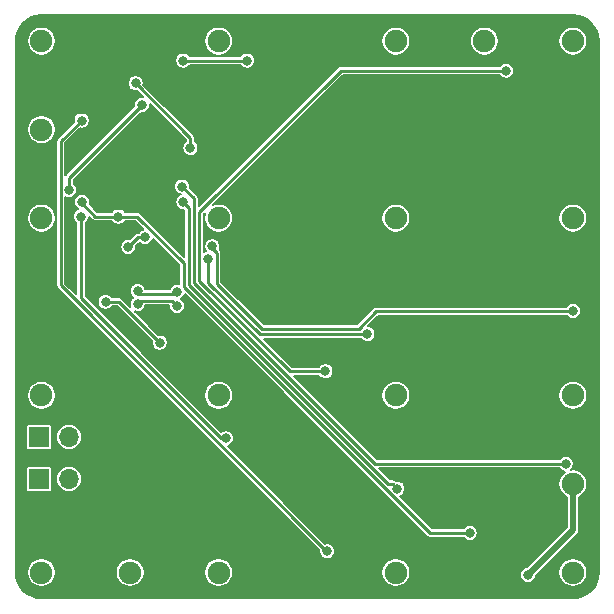
<source format=gbr>
G04 #@! TF.GenerationSoftware,KiCad,Pcbnew,5.0.1*
G04 #@! TF.CreationDate,2018-11-18T18:28:25+01:00*
G04 #@! TF.ProjectId,LED-Cube_MK3,4C45442D437562655F4D4B332E6B6963,rev?*
G04 #@! TF.SameCoordinates,Original*
G04 #@! TF.FileFunction,Copper,L2,Bot,Signal*
G04 #@! TF.FilePolarity,Positive*
%FSLAX46Y46*%
G04 Gerber Fmt 4.6, Leading zero omitted, Abs format (unit mm)*
G04 Created by KiCad (PCBNEW 5.0.1) date So 18 Nov 2018 18:28:25 CET*
%MOMM*%
%LPD*%
G01*
G04 APERTURE LIST*
G04 #@! TA.AperFunction,ComponentPad*
%ADD10C,1.900000*%
G04 #@! TD*
G04 #@! TA.AperFunction,ComponentPad*
%ADD11O,1.700000X1.700000*%
G04 #@! TD*
G04 #@! TA.AperFunction,ComponentPad*
%ADD12R,1.700000X1.700000*%
G04 #@! TD*
G04 #@! TA.AperFunction,ViaPad*
%ADD13C,0.800000*%
G04 #@! TD*
G04 #@! TA.AperFunction,Conductor*
%ADD14C,0.508000*%
G04 #@! TD*
G04 #@! TA.AperFunction,Conductor*
%ADD15C,0.228600*%
G04 #@! TD*
G04 #@! TA.AperFunction,Conductor*
%ADD16C,0.152400*%
G04 #@! TD*
G04 APERTURE END LIST*
D10*
G04 #@! TO.P,U3,18*
G04 #@! TO.N,Net-(Q2-Pad3)*
X22500000Y-25000000D03*
G04 #@! TO.P,U3,17*
G04 #@! TO.N,Net-(Q1-Pad3)*
X30000000Y-62500000D03*
G04 #@! TO.P,U3,20*
G04 #@! TO.N,Net-(Q4-Pad3)*
X67500000Y-55000000D03*
G04 #@! TO.P,U3,19*
G04 #@! TO.N,Net-(Q3-Pad3)*
X60000000Y-17500000D03*
G04 #@! TO.P,U3,13*
G04 #@! TO.N,Net-(R17-Pad1)*
X67500000Y-17500000D03*
G04 #@! TO.P,U3,12*
G04 #@! TO.N,Net-(R16-Pad1)*
X52500000Y-17500000D03*
G04 #@! TO.P,U3,5*
G04 #@! TO.N,Net-(R9-Pad1)*
X37500000Y-17500000D03*
G04 #@! TO.P,U3,4*
G04 #@! TO.N,Net-(R8-Pad1)*
X22500000Y-17500000D03*
G04 #@! TO.P,U3,1*
G04 #@! TO.N,Net-(R5-Pad1)*
X22500000Y-62500000D03*
G04 #@! TO.P,U3,8*
G04 #@! TO.N,Net-(R12-Pad1)*
X37500000Y-62500000D03*
G04 #@! TO.P,U3,9*
G04 #@! TO.N,Net-(R13-Pad1)*
X52500000Y-62500000D03*
G04 #@! TO.P,U3,16*
G04 #@! TO.N,Net-(R20-Pad1)*
X67500000Y-62500000D03*
G04 #@! TO.P,U3,15*
G04 #@! TO.N,Net-(R19-Pad1)*
X67500000Y-47500000D03*
G04 #@! TO.P,U3,10*
G04 #@! TO.N,Net-(R14-Pad1)*
X52500000Y-47500000D03*
G04 #@! TO.P,U3,7*
G04 #@! TO.N,Net-(R11-Pad1)*
X37500000Y-47500000D03*
G04 #@! TO.P,U3,2*
G04 #@! TO.N,Net-(R6-Pad1)*
X22500000Y-47500000D03*
G04 #@! TO.P,U3,3*
G04 #@! TO.N,Net-(R7-Pad1)*
X22500000Y-32500000D03*
G04 #@! TO.P,U3,14*
G04 #@! TO.N,Net-(R18-Pad1)*
X67500000Y-32500000D03*
G04 #@! TO.P,U3,11*
G04 #@! TO.N,Net-(R15-Pad1)*
X52500000Y-32500000D03*
G04 #@! TO.P,U3,6*
G04 #@! TO.N,Net-(R10-Pad1)*
X37500000Y-32500000D03*
G04 #@! TD*
D11*
G04 #@! TO.P,SW1,2*
G04 #@! TO.N,/power_sw*
X24826000Y-51030000D03*
D12*
G04 #@! TO.P,SW1,1*
G04 #@! TO.N,GND*
X22286000Y-51030000D03*
G04 #@! TD*
D11*
G04 #@! TO.P,SW2,2*
G04 #@! TO.N,/mode_sw*
X24826000Y-54586000D03*
D12*
G04 #@! TO.P,SW2,1*
G04 #@! TO.N,GND*
X22286000Y-54586000D03*
G04 #@! TD*
D13*
G04 #@! TO.N,+5V*
X26070600Y-29821000D03*
X57744400Y-32919800D03*
X28839200Y-37466400D03*
X25308600Y-19153000D03*
G04 #@! TO.N,Net-(Q4-Pad3)*
X63688000Y-62714000D03*
G04 #@! TO.N,/mosi*
X25892800Y-24233000D03*
X46695400Y-60707400D03*
G04 #@! TO.N,/sr_latch*
X25842000Y-32361000D03*
X38132687Y-51134513D03*
G04 #@! TO.N,/cathode3_enable*
X27921700Y-39574600D03*
X32499825Y-43029000D03*
G04 #@! TO.N,/cathode2_enable*
X46543000Y-45467400D03*
X61833800Y-20016600D03*
G04 #@! TO.N,/power_sw*
X33970000Y-38761800D03*
X30642594Y-38650790D03*
G04 #@! TO.N,/scrclk*
X25918200Y-31116400D03*
X29017000Y-32361000D03*
X58760400Y-59158000D03*
G04 #@! TO.N,LED_5*
X31023600Y-22912200D03*
X24851400Y-30125800D03*
G04 #@! TO.N,LED_7*
X30467900Y-21083400D03*
X35113000Y-26544400D03*
G04 #@! TO.N,LED_8*
X39888200Y-19153000D03*
X34500301Y-19153000D03*
G04 #@! TO.N,LED_11*
X50099000Y-42317800D03*
X36608490Y-35942400D03*
G04 #@! TO.N,LED_12*
X67498000Y-40362000D03*
X36966703Y-34894534D03*
G04 #@! TO.N,LED_13*
X31277600Y-34113600D03*
X29848999Y-34951800D03*
G04 #@! TO.N,LED_15*
X34503400Y-31141800D03*
X52635665Y-55401277D03*
G04 #@! TO.N,/mode_sw*
X33970000Y-39955600D03*
X30642594Y-39752400D03*
G04 #@! TO.N,LED_16*
X34401800Y-29821000D03*
X66888400Y-53290600D03*
G04 #@! TD*
D14*
G04 #@! TO.N,Net-(Q4-Pad3)*
X67500000Y-58902000D02*
X67500000Y-55000000D01*
X63688000Y-62714000D02*
X67500000Y-58902000D01*
D15*
G04 #@! TO.N,/mosi*
X46695400Y-60682000D02*
X46695400Y-60707400D01*
X46626106Y-60682000D02*
X46695400Y-60682000D01*
X24137099Y-38192993D02*
X46626106Y-60682000D01*
X25892800Y-24233000D02*
X24137099Y-25988701D01*
X24137099Y-25988701D02*
X24137099Y-38192993D01*
G04 #@! TO.N,/sr_latch*
X38129774Y-51131600D02*
X38132687Y-51134513D01*
X37681853Y-51131600D02*
X38129774Y-51131600D01*
X25842000Y-32361000D02*
X25842000Y-39291747D01*
X25842000Y-39291747D02*
X37681853Y-51131600D01*
G04 #@! TO.N,/cathode3_enable*
X27921700Y-39574600D02*
X29045425Y-39574600D01*
X29045425Y-39574600D02*
X32099826Y-42629001D01*
X32099826Y-42629001D02*
X32499825Y-43029000D01*
G04 #@! TO.N,/cathode2_enable*
X45977315Y-45467400D02*
X46543000Y-45467400D01*
X35868622Y-37825984D02*
X43510038Y-45467400D01*
X35868622Y-31986378D02*
X35868622Y-37825984D01*
X43510038Y-45467400D02*
X45977315Y-45467400D01*
X61833800Y-20016600D02*
X47838400Y-20016600D01*
X47838400Y-20016600D02*
X35868622Y-31986378D01*
G04 #@! TO.N,/power_sw*
X30880604Y-38888800D02*
X30642594Y-38650790D01*
X33970000Y-38761800D02*
X33843000Y-38888800D01*
X33843000Y-38888800D02*
X30880604Y-38888800D01*
G04 #@! TO.N,/scrclk*
X27061200Y-32361000D02*
X29017000Y-32361000D01*
X25918200Y-31116400D02*
X25918200Y-31218000D01*
X25918200Y-31218000D02*
X27061200Y-32361000D01*
X30582166Y-32361000D02*
X29582685Y-32361000D01*
X55382200Y-59158000D02*
X34554200Y-38330000D01*
X58760400Y-59158000D02*
X55382200Y-59158000D01*
X34554200Y-38330000D02*
X34554200Y-36333034D01*
X34554200Y-36333034D02*
X30582166Y-32361000D01*
X29582685Y-32361000D02*
X29017000Y-32361000D01*
G04 #@! TO.N,LED_5*
X31023600Y-22912200D02*
X24851400Y-29084400D01*
X24851400Y-29084400D02*
X24851400Y-30125800D01*
G04 #@! TO.N,LED_7*
X30467900Y-21083400D02*
X35113000Y-25728500D01*
X35113000Y-25728500D02*
X35113000Y-26544400D01*
G04 #@! TO.N,LED_8*
X39888200Y-19153000D02*
X34500301Y-19153000D01*
G04 #@! TO.N,LED_11*
X36608490Y-37945890D02*
X36608490Y-36508085D01*
X36608490Y-36508085D02*
X36608490Y-35942400D01*
X40980400Y-42317800D02*
X36608490Y-37945890D01*
X50099000Y-42317800D02*
X40980400Y-42317800D01*
G04 #@! TO.N,LED_12*
X41154746Y-41886000D02*
X37322800Y-38054054D01*
X49362400Y-41886000D02*
X41154746Y-41886000D01*
X67498000Y-40362000D02*
X67472600Y-40387400D01*
X36966703Y-35052903D02*
X36966703Y-34894534D01*
X37322800Y-35409000D02*
X36966703Y-35052903D01*
X50861000Y-40387400D02*
X49362400Y-41886000D01*
X67472600Y-40387400D02*
X50861000Y-40387400D01*
X37322800Y-38054054D02*
X37322800Y-35409000D01*
G04 #@! TO.N,LED_13*
X31277600Y-34113600D02*
X30687199Y-34113600D01*
X30687199Y-34113600D02*
X29848999Y-34951800D01*
G04 #@! TO.N,LED_15*
X34982811Y-38152465D02*
X51831624Y-55001278D01*
X51831624Y-55001278D02*
X52235666Y-55001278D01*
X52235666Y-55001278D02*
X52635665Y-55401277D01*
X34982811Y-31621211D02*
X34982811Y-38152465D01*
X34503400Y-31141800D02*
X34982811Y-31621211D01*
G04 #@! TO.N,/mode_sw*
X30896594Y-39498400D02*
X30642594Y-39752400D01*
X33970000Y-39955600D02*
X33512800Y-39498400D01*
X33512800Y-39498400D02*
X30896594Y-39498400D01*
G04 #@! TO.N,LED_16*
X50727092Y-53290600D02*
X66322715Y-53290600D01*
X35411422Y-30830622D02*
X35411422Y-37974930D01*
X66322715Y-53290600D02*
X66888400Y-53290600D01*
X35411422Y-37974930D02*
X50727092Y-53290600D01*
X34401800Y-29821000D02*
X35411422Y-30830622D01*
G04 #@! TD*
D16*
G04 #@! TO.N,+5V*
G36*
X67926334Y-15346858D02*
X68336427Y-15470673D01*
X68714664Y-15671784D01*
X69046634Y-15942533D01*
X69319692Y-16272604D01*
X69523436Y-16649420D01*
X69650113Y-17058647D01*
X69696395Y-17498990D01*
X69696400Y-17500489D01*
X69696401Y-62485142D01*
X69653142Y-62926334D01*
X69529328Y-63336426D01*
X69328214Y-63714666D01*
X69057468Y-64046634D01*
X68727396Y-64319692D01*
X68350573Y-64523439D01*
X67941354Y-64650113D01*
X67501010Y-64696395D01*
X67499511Y-64696400D01*
X22514848Y-64696400D01*
X22073666Y-64653142D01*
X21663574Y-64529328D01*
X21285334Y-64328214D01*
X20953366Y-64057468D01*
X20680308Y-63727396D01*
X20476561Y-63350573D01*
X20349887Y-62941354D01*
X20303605Y-62501010D01*
X20303600Y-62499511D01*
X20303600Y-62379230D01*
X21273800Y-62379230D01*
X21273800Y-62620770D01*
X21320922Y-62857669D01*
X21413356Y-63080823D01*
X21547548Y-63281657D01*
X21718343Y-63452452D01*
X21919177Y-63586644D01*
X22142331Y-63679078D01*
X22379230Y-63726200D01*
X22620770Y-63726200D01*
X22857669Y-63679078D01*
X23080823Y-63586644D01*
X23281657Y-63452452D01*
X23452452Y-63281657D01*
X23586644Y-63080823D01*
X23679078Y-62857669D01*
X23726200Y-62620770D01*
X23726200Y-62379230D01*
X28773800Y-62379230D01*
X28773800Y-62620770D01*
X28820922Y-62857669D01*
X28913356Y-63080823D01*
X29047548Y-63281657D01*
X29218343Y-63452452D01*
X29419177Y-63586644D01*
X29642331Y-63679078D01*
X29879230Y-63726200D01*
X30120770Y-63726200D01*
X30357669Y-63679078D01*
X30580823Y-63586644D01*
X30781657Y-63452452D01*
X30952452Y-63281657D01*
X31086644Y-63080823D01*
X31179078Y-62857669D01*
X31226200Y-62620770D01*
X31226200Y-62379230D01*
X36273800Y-62379230D01*
X36273800Y-62620770D01*
X36320922Y-62857669D01*
X36413356Y-63080823D01*
X36547548Y-63281657D01*
X36718343Y-63452452D01*
X36919177Y-63586644D01*
X37142331Y-63679078D01*
X37379230Y-63726200D01*
X37620770Y-63726200D01*
X37857669Y-63679078D01*
X38080823Y-63586644D01*
X38281657Y-63452452D01*
X38452452Y-63281657D01*
X38586644Y-63080823D01*
X38679078Y-62857669D01*
X38726200Y-62620770D01*
X38726200Y-62379230D01*
X51273800Y-62379230D01*
X51273800Y-62620770D01*
X51320922Y-62857669D01*
X51413356Y-63080823D01*
X51547548Y-63281657D01*
X51718343Y-63452452D01*
X51919177Y-63586644D01*
X52142331Y-63679078D01*
X52379230Y-63726200D01*
X52620770Y-63726200D01*
X52857669Y-63679078D01*
X53080823Y-63586644D01*
X53281657Y-63452452D01*
X53452452Y-63281657D01*
X53586644Y-63080823D01*
X53679078Y-62857669D01*
X53726200Y-62620770D01*
X53726200Y-62379230D01*
X53679078Y-62142331D01*
X53586644Y-61919177D01*
X53452452Y-61718343D01*
X53281657Y-61547548D01*
X53080823Y-61413356D01*
X52857669Y-61320922D01*
X52620770Y-61273800D01*
X52379230Y-61273800D01*
X52142331Y-61320922D01*
X51919177Y-61413356D01*
X51718343Y-61547548D01*
X51547548Y-61718343D01*
X51413356Y-61919177D01*
X51320922Y-62142331D01*
X51273800Y-62379230D01*
X38726200Y-62379230D01*
X38679078Y-62142331D01*
X38586644Y-61919177D01*
X38452452Y-61718343D01*
X38281657Y-61547548D01*
X38080823Y-61413356D01*
X37857669Y-61320922D01*
X37620770Y-61273800D01*
X37379230Y-61273800D01*
X37142331Y-61320922D01*
X36919177Y-61413356D01*
X36718343Y-61547548D01*
X36547548Y-61718343D01*
X36413356Y-61919177D01*
X36320922Y-62142331D01*
X36273800Y-62379230D01*
X31226200Y-62379230D01*
X31179078Y-62142331D01*
X31086644Y-61919177D01*
X30952452Y-61718343D01*
X30781657Y-61547548D01*
X30580823Y-61413356D01*
X30357669Y-61320922D01*
X30120770Y-61273800D01*
X29879230Y-61273800D01*
X29642331Y-61320922D01*
X29419177Y-61413356D01*
X29218343Y-61547548D01*
X29047548Y-61718343D01*
X28913356Y-61919177D01*
X28820922Y-62142331D01*
X28773800Y-62379230D01*
X23726200Y-62379230D01*
X23679078Y-62142331D01*
X23586644Y-61919177D01*
X23452452Y-61718343D01*
X23281657Y-61547548D01*
X23080823Y-61413356D01*
X22857669Y-61320922D01*
X22620770Y-61273800D01*
X22379230Y-61273800D01*
X22142331Y-61320922D01*
X21919177Y-61413356D01*
X21718343Y-61547548D01*
X21547548Y-61718343D01*
X21413356Y-61919177D01*
X21320922Y-62142331D01*
X21273800Y-62379230D01*
X20303600Y-62379230D01*
X20303600Y-53736000D01*
X21158464Y-53736000D01*
X21158464Y-55436000D01*
X21163797Y-55490145D01*
X21179590Y-55542208D01*
X21205237Y-55590191D01*
X21239752Y-55632248D01*
X21281809Y-55666763D01*
X21329792Y-55692410D01*
X21381855Y-55708203D01*
X21436000Y-55713536D01*
X23136000Y-55713536D01*
X23190145Y-55708203D01*
X23242208Y-55692410D01*
X23290191Y-55666763D01*
X23332248Y-55632248D01*
X23366763Y-55590191D01*
X23392410Y-55542208D01*
X23408203Y-55490145D01*
X23413536Y-55436000D01*
X23413536Y-54586000D01*
X23694351Y-54586000D01*
X23716095Y-54806774D01*
X23780493Y-55019063D01*
X23885068Y-55214710D01*
X24025803Y-55386197D01*
X24197290Y-55526932D01*
X24392937Y-55631507D01*
X24605226Y-55695905D01*
X24770675Y-55712200D01*
X24881325Y-55712200D01*
X25046774Y-55695905D01*
X25259063Y-55631507D01*
X25454710Y-55526932D01*
X25626197Y-55386197D01*
X25766932Y-55214710D01*
X25871507Y-55019063D01*
X25935905Y-54806774D01*
X25957649Y-54586000D01*
X25935905Y-54365226D01*
X25871507Y-54152937D01*
X25766932Y-53957290D01*
X25626197Y-53785803D01*
X25454710Y-53645068D01*
X25259063Y-53540493D01*
X25046774Y-53476095D01*
X24881325Y-53459800D01*
X24770675Y-53459800D01*
X24605226Y-53476095D01*
X24392937Y-53540493D01*
X24197290Y-53645068D01*
X24025803Y-53785803D01*
X23885068Y-53957290D01*
X23780493Y-54152937D01*
X23716095Y-54365226D01*
X23694351Y-54586000D01*
X23413536Y-54586000D01*
X23413536Y-53736000D01*
X23408203Y-53681855D01*
X23392410Y-53629792D01*
X23366763Y-53581809D01*
X23332248Y-53539752D01*
X23290191Y-53505237D01*
X23242208Y-53479590D01*
X23190145Y-53463797D01*
X23136000Y-53458464D01*
X21436000Y-53458464D01*
X21381855Y-53463797D01*
X21329792Y-53479590D01*
X21281809Y-53505237D01*
X21239752Y-53539752D01*
X21205237Y-53581809D01*
X21179590Y-53629792D01*
X21163797Y-53681855D01*
X21158464Y-53736000D01*
X20303600Y-53736000D01*
X20303600Y-50180000D01*
X21158464Y-50180000D01*
X21158464Y-51880000D01*
X21163797Y-51934145D01*
X21179590Y-51986208D01*
X21205237Y-52034191D01*
X21239752Y-52076248D01*
X21281809Y-52110763D01*
X21329792Y-52136410D01*
X21381855Y-52152203D01*
X21436000Y-52157536D01*
X23136000Y-52157536D01*
X23190145Y-52152203D01*
X23242208Y-52136410D01*
X23290191Y-52110763D01*
X23332248Y-52076248D01*
X23366763Y-52034191D01*
X23392410Y-51986208D01*
X23408203Y-51934145D01*
X23413536Y-51880000D01*
X23413536Y-51030000D01*
X23694351Y-51030000D01*
X23716095Y-51250774D01*
X23780493Y-51463063D01*
X23885068Y-51658710D01*
X24025803Y-51830197D01*
X24197290Y-51970932D01*
X24392937Y-52075507D01*
X24605226Y-52139905D01*
X24770675Y-52156200D01*
X24881325Y-52156200D01*
X25046774Y-52139905D01*
X25259063Y-52075507D01*
X25454710Y-51970932D01*
X25626197Y-51830197D01*
X25766932Y-51658710D01*
X25871507Y-51463063D01*
X25935905Y-51250774D01*
X25957649Y-51030000D01*
X25935905Y-50809226D01*
X25871507Y-50596937D01*
X25766932Y-50401290D01*
X25626197Y-50229803D01*
X25454710Y-50089068D01*
X25259063Y-49984493D01*
X25046774Y-49920095D01*
X24881325Y-49903800D01*
X24770675Y-49903800D01*
X24605226Y-49920095D01*
X24392937Y-49984493D01*
X24197290Y-50089068D01*
X24025803Y-50229803D01*
X23885068Y-50401290D01*
X23780493Y-50596937D01*
X23716095Y-50809226D01*
X23694351Y-51030000D01*
X23413536Y-51030000D01*
X23413536Y-50180000D01*
X23408203Y-50125855D01*
X23392410Y-50073792D01*
X23366763Y-50025809D01*
X23332248Y-49983752D01*
X23290191Y-49949237D01*
X23242208Y-49923590D01*
X23190145Y-49907797D01*
X23136000Y-49902464D01*
X21436000Y-49902464D01*
X21381855Y-49907797D01*
X21329792Y-49923590D01*
X21281809Y-49949237D01*
X21239752Y-49983752D01*
X21205237Y-50025809D01*
X21179590Y-50073792D01*
X21163797Y-50125855D01*
X21158464Y-50180000D01*
X20303600Y-50180000D01*
X20303600Y-47379230D01*
X21273800Y-47379230D01*
X21273800Y-47620770D01*
X21320922Y-47857669D01*
X21413356Y-48080823D01*
X21547548Y-48281657D01*
X21718343Y-48452452D01*
X21919177Y-48586644D01*
X22142331Y-48679078D01*
X22379230Y-48726200D01*
X22620770Y-48726200D01*
X22857669Y-48679078D01*
X23080823Y-48586644D01*
X23281657Y-48452452D01*
X23452452Y-48281657D01*
X23586644Y-48080823D01*
X23679078Y-47857669D01*
X23726200Y-47620770D01*
X23726200Y-47379230D01*
X23679078Y-47142331D01*
X23586644Y-46919177D01*
X23452452Y-46718343D01*
X23281657Y-46547548D01*
X23080823Y-46413356D01*
X22857669Y-46320922D01*
X22620770Y-46273800D01*
X22379230Y-46273800D01*
X22142331Y-46320922D01*
X21919177Y-46413356D01*
X21718343Y-46547548D01*
X21547548Y-46718343D01*
X21413356Y-46919177D01*
X21320922Y-47142331D01*
X21273800Y-47379230D01*
X20303600Y-47379230D01*
X20303600Y-32379230D01*
X21273800Y-32379230D01*
X21273800Y-32620770D01*
X21320922Y-32857669D01*
X21413356Y-33080823D01*
X21547548Y-33281657D01*
X21718343Y-33452452D01*
X21919177Y-33586644D01*
X22142331Y-33679078D01*
X22379230Y-33726200D01*
X22620770Y-33726200D01*
X22857669Y-33679078D01*
X23080823Y-33586644D01*
X23281657Y-33452452D01*
X23452452Y-33281657D01*
X23586644Y-33080823D01*
X23679078Y-32857669D01*
X23726200Y-32620770D01*
X23726200Y-32379230D01*
X23679078Y-32142331D01*
X23586644Y-31919177D01*
X23452452Y-31718343D01*
X23281657Y-31547548D01*
X23080823Y-31413356D01*
X22857669Y-31320922D01*
X22620770Y-31273800D01*
X22379230Y-31273800D01*
X22142331Y-31320922D01*
X21919177Y-31413356D01*
X21718343Y-31547548D01*
X21547548Y-31718343D01*
X21413356Y-31919177D01*
X21320922Y-32142331D01*
X21273800Y-32379230D01*
X20303600Y-32379230D01*
X20303600Y-24879230D01*
X21273800Y-24879230D01*
X21273800Y-25120770D01*
X21320922Y-25357669D01*
X21413356Y-25580823D01*
X21547548Y-25781657D01*
X21718343Y-25952452D01*
X21919177Y-26086644D01*
X22142331Y-26179078D01*
X22379230Y-26226200D01*
X22620770Y-26226200D01*
X22857669Y-26179078D01*
X23080823Y-26086644D01*
X23227406Y-25988701D01*
X23744710Y-25988701D01*
X23746599Y-26007879D01*
X23746600Y-38173805D01*
X23744710Y-38192993D01*
X23752250Y-38269544D01*
X23774579Y-38343153D01*
X23783466Y-38359779D01*
X23810840Y-38410993D01*
X23859639Y-38470454D01*
X23874535Y-38482679D01*
X46021432Y-60629577D01*
X46019200Y-60640800D01*
X46019200Y-60774000D01*
X46045186Y-60904640D01*
X46096159Y-61027701D01*
X46170161Y-61138452D01*
X46264348Y-61232639D01*
X46375099Y-61306641D01*
X46498160Y-61357614D01*
X46628800Y-61383600D01*
X46762000Y-61383600D01*
X46892640Y-61357614D01*
X47015701Y-61306641D01*
X47126452Y-61232639D01*
X47220639Y-61138452D01*
X47294641Y-61027701D01*
X47345614Y-60904640D01*
X47371600Y-60774000D01*
X47371600Y-60640800D01*
X47345614Y-60510160D01*
X47294641Y-60387099D01*
X47220639Y-60276348D01*
X47126452Y-60182161D01*
X47015701Y-60108159D01*
X46892640Y-60057186D01*
X46762000Y-60031200D01*
X46628800Y-60031200D01*
X46544354Y-60047997D01*
X38289187Y-51792831D01*
X38329927Y-51784727D01*
X38452988Y-51733754D01*
X38563739Y-51659752D01*
X38657926Y-51565565D01*
X38731928Y-51454814D01*
X38782901Y-51331753D01*
X38808887Y-51201113D01*
X38808887Y-51067913D01*
X38782901Y-50937273D01*
X38731928Y-50814212D01*
X38657926Y-50703461D01*
X38563739Y-50609274D01*
X38452988Y-50535272D01*
X38329927Y-50484299D01*
X38199287Y-50458313D01*
X38066087Y-50458313D01*
X37935447Y-50484299D01*
X37812386Y-50535272D01*
X37707715Y-50605211D01*
X34481734Y-47379230D01*
X36273800Y-47379230D01*
X36273800Y-47620770D01*
X36320922Y-47857669D01*
X36413356Y-48080823D01*
X36547548Y-48281657D01*
X36718343Y-48452452D01*
X36919177Y-48586644D01*
X37142331Y-48679078D01*
X37379230Y-48726200D01*
X37620770Y-48726200D01*
X37857669Y-48679078D01*
X38080823Y-48586644D01*
X38281657Y-48452452D01*
X38452452Y-48281657D01*
X38586644Y-48080823D01*
X38679078Y-47857669D01*
X38726200Y-47620770D01*
X38726200Y-47379230D01*
X38679078Y-47142331D01*
X38586644Y-46919177D01*
X38452452Y-46718343D01*
X38281657Y-46547548D01*
X38080823Y-46413356D01*
X37857669Y-46320922D01*
X37620770Y-46273800D01*
X37379230Y-46273800D01*
X37142331Y-46320922D01*
X36919177Y-46413356D01*
X36718343Y-46547548D01*
X36547548Y-46718343D01*
X36413356Y-46919177D01*
X36320922Y-47142331D01*
X36273800Y-47379230D01*
X34481734Y-47379230D01*
X26232500Y-39129997D01*
X26232500Y-32913335D01*
X26273052Y-32886239D01*
X26367239Y-32792052D01*
X26441241Y-32681301D01*
X26492214Y-32558240D01*
X26518200Y-32427600D01*
X26518200Y-32370251D01*
X26771513Y-32623564D01*
X26783739Y-32638461D01*
X26843200Y-32687260D01*
X26911039Y-32723520D01*
X26984648Y-32745849D01*
X27061199Y-32753389D01*
X27080378Y-32751500D01*
X28464665Y-32751500D01*
X28491761Y-32792052D01*
X28585948Y-32886239D01*
X28696699Y-32960241D01*
X28819760Y-33011214D01*
X28950400Y-33037200D01*
X29083600Y-33037200D01*
X29214240Y-33011214D01*
X29337301Y-32960241D01*
X29448052Y-32886239D01*
X29542239Y-32792052D01*
X29569335Y-32751500D01*
X30420416Y-32751500D01*
X31123684Y-33454768D01*
X31080360Y-33463386D01*
X30957299Y-33514359D01*
X30846548Y-33588361D01*
X30752361Y-33682548D01*
X30725265Y-33723100D01*
X30706380Y-33723100D01*
X30687199Y-33721211D01*
X30610647Y-33728750D01*
X30537038Y-33751080D01*
X30469199Y-33787340D01*
X30409738Y-33836139D01*
X30397513Y-33851035D01*
X29963434Y-34285115D01*
X29915599Y-34275600D01*
X29782399Y-34275600D01*
X29651759Y-34301586D01*
X29528698Y-34352559D01*
X29417947Y-34426561D01*
X29323760Y-34520748D01*
X29249758Y-34631499D01*
X29198785Y-34754560D01*
X29172799Y-34885200D01*
X29172799Y-35018400D01*
X29198785Y-35149040D01*
X29249758Y-35272101D01*
X29323760Y-35382852D01*
X29417947Y-35477039D01*
X29528698Y-35551041D01*
X29651759Y-35602014D01*
X29782399Y-35628000D01*
X29915599Y-35628000D01*
X30046239Y-35602014D01*
X30169300Y-35551041D01*
X30280051Y-35477039D01*
X30374238Y-35382852D01*
X30448240Y-35272101D01*
X30499213Y-35149040D01*
X30525199Y-35018400D01*
X30525199Y-34885200D01*
X30515684Y-34837365D01*
X30780379Y-34572670D01*
X30846548Y-34638839D01*
X30957299Y-34712841D01*
X31080360Y-34763814D01*
X31211000Y-34789800D01*
X31344200Y-34789800D01*
X31474840Y-34763814D01*
X31597901Y-34712841D01*
X31708652Y-34638839D01*
X31802839Y-34544652D01*
X31876841Y-34433901D01*
X31927814Y-34310840D01*
X31936432Y-34267516D01*
X34163701Y-36494785D01*
X34163700Y-38110882D01*
X34036600Y-38085600D01*
X33903400Y-38085600D01*
X33772760Y-38111586D01*
X33649699Y-38162559D01*
X33538948Y-38236561D01*
X33444761Y-38330748D01*
X33370759Y-38441499D01*
X33347232Y-38498300D01*
X31301709Y-38498300D01*
X31292808Y-38453550D01*
X31241835Y-38330489D01*
X31167833Y-38219738D01*
X31073646Y-38125551D01*
X30962895Y-38051549D01*
X30839834Y-38000576D01*
X30709194Y-37974590D01*
X30575994Y-37974590D01*
X30445354Y-38000576D01*
X30322293Y-38051549D01*
X30211542Y-38125551D01*
X30117355Y-38219738D01*
X30043353Y-38330489D01*
X29992380Y-38453550D01*
X29966394Y-38584190D01*
X29966394Y-38717390D01*
X29992380Y-38848030D01*
X30043353Y-38971091D01*
X30117355Y-39081842D01*
X30211542Y-39176029D01*
X30249804Y-39201595D01*
X30211542Y-39227161D01*
X30117355Y-39321348D01*
X30043353Y-39432099D01*
X29992380Y-39555160D01*
X29966394Y-39685800D01*
X29966394Y-39819000D01*
X29992380Y-39949640D01*
X30006285Y-39983210D01*
X29335115Y-39312040D01*
X29322886Y-39297139D01*
X29263425Y-39248340D01*
X29195586Y-39212080D01*
X29121976Y-39189751D01*
X29064603Y-39184100D01*
X29045425Y-39182211D01*
X29026247Y-39184100D01*
X28474035Y-39184100D01*
X28446939Y-39143548D01*
X28352752Y-39049361D01*
X28242001Y-38975359D01*
X28118940Y-38924386D01*
X27988300Y-38898400D01*
X27855100Y-38898400D01*
X27724460Y-38924386D01*
X27601399Y-38975359D01*
X27490648Y-39049361D01*
X27396461Y-39143548D01*
X27322459Y-39254299D01*
X27271486Y-39377360D01*
X27245500Y-39508000D01*
X27245500Y-39641200D01*
X27271486Y-39771840D01*
X27322459Y-39894901D01*
X27396461Y-40005652D01*
X27490648Y-40099839D01*
X27601399Y-40173841D01*
X27724460Y-40224814D01*
X27855100Y-40250800D01*
X27988300Y-40250800D01*
X28118940Y-40224814D01*
X28242001Y-40173841D01*
X28352752Y-40099839D01*
X28446939Y-40005652D01*
X28474035Y-39965100D01*
X28883675Y-39965100D01*
X31833140Y-42914565D01*
X31823625Y-42962400D01*
X31823625Y-43095600D01*
X31849611Y-43226240D01*
X31900584Y-43349301D01*
X31974586Y-43460052D01*
X32068773Y-43554239D01*
X32179524Y-43628241D01*
X32302585Y-43679214D01*
X32433225Y-43705200D01*
X32566425Y-43705200D01*
X32697065Y-43679214D01*
X32820126Y-43628241D01*
X32930877Y-43554239D01*
X33025064Y-43460052D01*
X33099066Y-43349301D01*
X33150039Y-43226240D01*
X33176025Y-43095600D01*
X33176025Y-42962400D01*
X33150039Y-42831760D01*
X33099066Y-42708699D01*
X33025064Y-42597948D01*
X32930877Y-42503761D01*
X32820126Y-42429759D01*
X32697065Y-42378786D01*
X32566425Y-42352800D01*
X32433225Y-42352800D01*
X32385390Y-42362315D01*
X30411784Y-40388709D01*
X30445354Y-40402614D01*
X30575994Y-40428600D01*
X30709194Y-40428600D01*
X30839834Y-40402614D01*
X30962895Y-40351641D01*
X31073646Y-40277639D01*
X31167833Y-40183452D01*
X31241835Y-40072701D01*
X31292808Y-39949640D01*
X31304890Y-39888900D01*
X33293820Y-39888900D01*
X33293800Y-39889000D01*
X33293800Y-40022200D01*
X33319786Y-40152840D01*
X33370759Y-40275901D01*
X33444761Y-40386652D01*
X33538948Y-40480839D01*
X33649699Y-40554841D01*
X33772760Y-40605814D01*
X33903400Y-40631800D01*
X34036600Y-40631800D01*
X34167240Y-40605814D01*
X34290301Y-40554841D01*
X34401052Y-40480839D01*
X34495239Y-40386652D01*
X34569241Y-40275901D01*
X34620214Y-40152840D01*
X34646200Y-40022200D01*
X34646200Y-39889000D01*
X34620214Y-39758360D01*
X34569241Y-39635299D01*
X34495239Y-39524548D01*
X34401052Y-39430361D01*
X34293805Y-39358700D01*
X34401052Y-39287039D01*
X34495239Y-39192852D01*
X34569241Y-39082101D01*
X34620214Y-38959040D01*
X34622002Y-38950052D01*
X55092514Y-59420565D01*
X55104739Y-59435461D01*
X55164200Y-59484260D01*
X55232039Y-59520520D01*
X55305648Y-59542849D01*
X55382199Y-59550389D01*
X55401378Y-59548500D01*
X58208065Y-59548500D01*
X58235161Y-59589052D01*
X58329348Y-59683239D01*
X58440099Y-59757241D01*
X58563160Y-59808214D01*
X58693800Y-59834200D01*
X58827000Y-59834200D01*
X58957640Y-59808214D01*
X59080701Y-59757241D01*
X59191452Y-59683239D01*
X59285639Y-59589052D01*
X59359641Y-59478301D01*
X59410614Y-59355240D01*
X59436600Y-59224600D01*
X59436600Y-59091400D01*
X59410614Y-58960760D01*
X59359641Y-58837699D01*
X59285639Y-58726948D01*
X59191452Y-58632761D01*
X59080701Y-58558759D01*
X58957640Y-58507786D01*
X58827000Y-58481800D01*
X58693800Y-58481800D01*
X58563160Y-58507786D01*
X58440099Y-58558759D01*
X58329348Y-58632761D01*
X58235161Y-58726948D01*
X58208065Y-58767500D01*
X55543951Y-58767500D01*
X52828765Y-56052314D01*
X52832905Y-56051491D01*
X52955966Y-56000518D01*
X53066717Y-55926516D01*
X53160904Y-55832329D01*
X53234906Y-55721578D01*
X53285879Y-55598517D01*
X53311865Y-55467877D01*
X53311865Y-55334677D01*
X53285879Y-55204037D01*
X53234906Y-55080976D01*
X53160904Y-54970225D01*
X53066717Y-54876038D01*
X52955966Y-54802036D01*
X52832905Y-54751063D01*
X52702265Y-54725077D01*
X52569065Y-54725077D01*
X52521866Y-54734465D01*
X52513127Y-54723817D01*
X52453666Y-54675018D01*
X52385827Y-54638758D01*
X52312217Y-54616429D01*
X52254844Y-54610778D01*
X52235666Y-54608889D01*
X52216488Y-54610778D01*
X51993375Y-54610778D01*
X51063697Y-53681100D01*
X66336065Y-53681100D01*
X66363161Y-53721652D01*
X66457348Y-53815839D01*
X66568099Y-53889841D01*
X66691160Y-53940814D01*
X66821800Y-53966800D01*
X66839192Y-53966800D01*
X66718343Y-54047548D01*
X66547548Y-54218343D01*
X66413356Y-54419177D01*
X66320922Y-54642331D01*
X66273800Y-54879230D01*
X66273800Y-55120770D01*
X66320922Y-55357669D01*
X66413356Y-55580823D01*
X66547548Y-55781657D01*
X66718343Y-55952452D01*
X66919177Y-56086644D01*
X66969801Y-56107613D01*
X66969800Y-58682384D01*
X63612643Y-62039542D01*
X63490760Y-62063786D01*
X63367699Y-62114759D01*
X63256948Y-62188761D01*
X63162761Y-62282948D01*
X63088759Y-62393699D01*
X63037786Y-62516760D01*
X63011800Y-62647400D01*
X63011800Y-62780600D01*
X63037786Y-62911240D01*
X63088759Y-63034301D01*
X63162761Y-63145052D01*
X63256948Y-63239239D01*
X63367699Y-63313241D01*
X63490760Y-63364214D01*
X63621400Y-63390200D01*
X63754600Y-63390200D01*
X63885240Y-63364214D01*
X64008301Y-63313241D01*
X64119052Y-63239239D01*
X64213239Y-63145052D01*
X64287241Y-63034301D01*
X64338214Y-62911240D01*
X64362458Y-62789357D01*
X64772585Y-62379230D01*
X66273800Y-62379230D01*
X66273800Y-62620770D01*
X66320922Y-62857669D01*
X66413356Y-63080823D01*
X66547548Y-63281657D01*
X66718343Y-63452452D01*
X66919177Y-63586644D01*
X67142331Y-63679078D01*
X67379230Y-63726200D01*
X67620770Y-63726200D01*
X67857669Y-63679078D01*
X68080823Y-63586644D01*
X68281657Y-63452452D01*
X68452452Y-63281657D01*
X68586644Y-63080823D01*
X68679078Y-62857669D01*
X68726200Y-62620770D01*
X68726200Y-62379230D01*
X68679078Y-62142331D01*
X68586644Y-61919177D01*
X68452452Y-61718343D01*
X68281657Y-61547548D01*
X68080823Y-61413356D01*
X67857669Y-61320922D01*
X67620770Y-61273800D01*
X67379230Y-61273800D01*
X67142331Y-61320922D01*
X66919177Y-61413356D01*
X66718343Y-61547548D01*
X66547548Y-61718343D01*
X66413356Y-61919177D01*
X66320922Y-62142331D01*
X66273800Y-62379230D01*
X64772585Y-62379230D01*
X67856491Y-59295325D01*
X67876722Y-59278722D01*
X67942978Y-59197988D01*
X67992211Y-59105880D01*
X68022528Y-59005937D01*
X68030200Y-58928043D01*
X68030200Y-58928041D01*
X68032765Y-58902001D01*
X68030200Y-58875961D01*
X68030200Y-56107613D01*
X68080823Y-56086644D01*
X68281657Y-55952452D01*
X68452452Y-55781657D01*
X68586644Y-55580823D01*
X68679078Y-55357669D01*
X68726200Y-55120770D01*
X68726200Y-54879230D01*
X68679078Y-54642331D01*
X68586644Y-54419177D01*
X68452452Y-54218343D01*
X68281657Y-54047548D01*
X68080823Y-53913356D01*
X67857669Y-53820922D01*
X67620770Y-53773800D01*
X67379230Y-53773800D01*
X67357086Y-53778205D01*
X67413639Y-53721652D01*
X67487641Y-53610901D01*
X67538614Y-53487840D01*
X67564600Y-53357200D01*
X67564600Y-53224000D01*
X67538614Y-53093360D01*
X67487641Y-52970299D01*
X67413639Y-52859548D01*
X67319452Y-52765361D01*
X67208701Y-52691359D01*
X67085640Y-52640386D01*
X66955000Y-52614400D01*
X66821800Y-52614400D01*
X66691160Y-52640386D01*
X66568099Y-52691359D01*
X66457348Y-52765361D01*
X66363161Y-52859548D01*
X66336065Y-52900100D01*
X50888842Y-52900100D01*
X45367972Y-47379230D01*
X51273800Y-47379230D01*
X51273800Y-47620770D01*
X51320922Y-47857669D01*
X51413356Y-48080823D01*
X51547548Y-48281657D01*
X51718343Y-48452452D01*
X51919177Y-48586644D01*
X52142331Y-48679078D01*
X52379230Y-48726200D01*
X52620770Y-48726200D01*
X52857669Y-48679078D01*
X53080823Y-48586644D01*
X53281657Y-48452452D01*
X53452452Y-48281657D01*
X53586644Y-48080823D01*
X53679078Y-47857669D01*
X53726200Y-47620770D01*
X53726200Y-47379230D01*
X66273800Y-47379230D01*
X66273800Y-47620770D01*
X66320922Y-47857669D01*
X66413356Y-48080823D01*
X66547548Y-48281657D01*
X66718343Y-48452452D01*
X66919177Y-48586644D01*
X67142331Y-48679078D01*
X67379230Y-48726200D01*
X67620770Y-48726200D01*
X67857669Y-48679078D01*
X68080823Y-48586644D01*
X68281657Y-48452452D01*
X68452452Y-48281657D01*
X68586644Y-48080823D01*
X68679078Y-47857669D01*
X68726200Y-47620770D01*
X68726200Y-47379230D01*
X68679078Y-47142331D01*
X68586644Y-46919177D01*
X68452452Y-46718343D01*
X68281657Y-46547548D01*
X68080823Y-46413356D01*
X67857669Y-46320922D01*
X67620770Y-46273800D01*
X67379230Y-46273800D01*
X67142331Y-46320922D01*
X66919177Y-46413356D01*
X66718343Y-46547548D01*
X66547548Y-46718343D01*
X66413356Y-46919177D01*
X66320922Y-47142331D01*
X66273800Y-47379230D01*
X53726200Y-47379230D01*
X53679078Y-47142331D01*
X53586644Y-46919177D01*
X53452452Y-46718343D01*
X53281657Y-46547548D01*
X53080823Y-46413356D01*
X52857669Y-46320922D01*
X52620770Y-46273800D01*
X52379230Y-46273800D01*
X52142331Y-46320922D01*
X51919177Y-46413356D01*
X51718343Y-46547548D01*
X51547548Y-46718343D01*
X51413356Y-46919177D01*
X51320922Y-47142331D01*
X51273800Y-47379230D01*
X45367972Y-47379230D01*
X43846642Y-45857900D01*
X45990665Y-45857900D01*
X46017761Y-45898452D01*
X46111948Y-45992639D01*
X46222699Y-46066641D01*
X46345760Y-46117614D01*
X46476400Y-46143600D01*
X46609600Y-46143600D01*
X46740240Y-46117614D01*
X46863301Y-46066641D01*
X46974052Y-45992639D01*
X47068239Y-45898452D01*
X47142241Y-45787701D01*
X47193214Y-45664640D01*
X47219200Y-45534000D01*
X47219200Y-45400800D01*
X47193214Y-45270160D01*
X47142241Y-45147099D01*
X47068239Y-45036348D01*
X46974052Y-44942161D01*
X46863301Y-44868159D01*
X46740240Y-44817186D01*
X46609600Y-44791200D01*
X46476400Y-44791200D01*
X46345760Y-44817186D01*
X46222699Y-44868159D01*
X46111948Y-44942161D01*
X46017761Y-45036348D01*
X45990665Y-45076900D01*
X43671788Y-45076900D01*
X41303188Y-42708300D01*
X49546665Y-42708300D01*
X49573761Y-42748852D01*
X49667948Y-42843039D01*
X49778699Y-42917041D01*
X49901760Y-42968014D01*
X50032400Y-42994000D01*
X50165600Y-42994000D01*
X50296240Y-42968014D01*
X50419301Y-42917041D01*
X50530052Y-42843039D01*
X50624239Y-42748852D01*
X50698241Y-42638101D01*
X50749214Y-42515040D01*
X50775200Y-42384400D01*
X50775200Y-42251200D01*
X50749214Y-42120560D01*
X50698241Y-41997499D01*
X50624239Y-41886748D01*
X50530052Y-41792561D01*
X50419301Y-41718559D01*
X50296240Y-41667586D01*
X50165600Y-41641600D01*
X50159050Y-41641600D01*
X51022750Y-40777900D01*
X66962637Y-40777900D01*
X66972761Y-40793052D01*
X67066948Y-40887239D01*
X67177699Y-40961241D01*
X67300760Y-41012214D01*
X67431400Y-41038200D01*
X67564600Y-41038200D01*
X67695240Y-41012214D01*
X67818301Y-40961241D01*
X67929052Y-40887239D01*
X68023239Y-40793052D01*
X68097241Y-40682301D01*
X68148214Y-40559240D01*
X68174200Y-40428600D01*
X68174200Y-40295400D01*
X68148214Y-40164760D01*
X68097241Y-40041699D01*
X68023239Y-39930948D01*
X67929052Y-39836761D01*
X67818301Y-39762759D01*
X67695240Y-39711786D01*
X67564600Y-39685800D01*
X67431400Y-39685800D01*
X67300760Y-39711786D01*
X67177699Y-39762759D01*
X67066948Y-39836761D01*
X66972761Y-39930948D01*
X66928693Y-39996900D01*
X50880170Y-39996900D01*
X50860999Y-39995012D01*
X50841828Y-39996900D01*
X50841822Y-39996900D01*
X50792363Y-40001771D01*
X50784448Y-40002551D01*
X50774226Y-40005652D01*
X50710839Y-40024880D01*
X50643000Y-40061140D01*
X50583539Y-40109939D01*
X50571310Y-40124840D01*
X49200650Y-41495500D01*
X41316497Y-41495500D01*
X37713300Y-37892304D01*
X37713300Y-35428170D01*
X37715188Y-35408999D01*
X37713300Y-35389828D01*
X37713300Y-35389822D01*
X37707649Y-35332449D01*
X37685320Y-35258839D01*
X37649060Y-35191000D01*
X37600384Y-35131689D01*
X37616917Y-35091774D01*
X37642903Y-34961134D01*
X37642903Y-34827934D01*
X37616917Y-34697294D01*
X37565944Y-34574233D01*
X37491942Y-34463482D01*
X37397755Y-34369295D01*
X37287004Y-34295293D01*
X37163943Y-34244320D01*
X37033303Y-34218334D01*
X36900103Y-34218334D01*
X36769463Y-34244320D01*
X36646402Y-34295293D01*
X36535651Y-34369295D01*
X36441464Y-34463482D01*
X36367462Y-34574233D01*
X36316489Y-34697294D01*
X36290503Y-34827934D01*
X36290503Y-34961134D01*
X36316489Y-35091774D01*
X36367462Y-35214835D01*
X36418220Y-35290800D01*
X36411250Y-35292186D01*
X36288189Y-35343159D01*
X36259122Y-35362581D01*
X36259122Y-32148128D01*
X36360523Y-32046727D01*
X36320922Y-32142331D01*
X36273800Y-32379230D01*
X36273800Y-32620770D01*
X36320922Y-32857669D01*
X36413356Y-33080823D01*
X36547548Y-33281657D01*
X36718343Y-33452452D01*
X36919177Y-33586644D01*
X37142331Y-33679078D01*
X37379230Y-33726200D01*
X37620770Y-33726200D01*
X37857669Y-33679078D01*
X38080823Y-33586644D01*
X38281657Y-33452452D01*
X38452452Y-33281657D01*
X38586644Y-33080823D01*
X38679078Y-32857669D01*
X38726200Y-32620770D01*
X38726200Y-32379230D01*
X51273800Y-32379230D01*
X51273800Y-32620770D01*
X51320922Y-32857669D01*
X51413356Y-33080823D01*
X51547548Y-33281657D01*
X51718343Y-33452452D01*
X51919177Y-33586644D01*
X52142331Y-33679078D01*
X52379230Y-33726200D01*
X52620770Y-33726200D01*
X52857669Y-33679078D01*
X53080823Y-33586644D01*
X53281657Y-33452452D01*
X53452452Y-33281657D01*
X53586644Y-33080823D01*
X53679078Y-32857669D01*
X53726200Y-32620770D01*
X53726200Y-32379230D01*
X66273800Y-32379230D01*
X66273800Y-32620770D01*
X66320922Y-32857669D01*
X66413356Y-33080823D01*
X66547548Y-33281657D01*
X66718343Y-33452452D01*
X66919177Y-33586644D01*
X67142331Y-33679078D01*
X67379230Y-33726200D01*
X67620770Y-33726200D01*
X67857669Y-33679078D01*
X68080823Y-33586644D01*
X68281657Y-33452452D01*
X68452452Y-33281657D01*
X68586644Y-33080823D01*
X68679078Y-32857669D01*
X68726200Y-32620770D01*
X68726200Y-32379230D01*
X68679078Y-32142331D01*
X68586644Y-31919177D01*
X68452452Y-31718343D01*
X68281657Y-31547548D01*
X68080823Y-31413356D01*
X67857669Y-31320922D01*
X67620770Y-31273800D01*
X67379230Y-31273800D01*
X67142331Y-31320922D01*
X66919177Y-31413356D01*
X66718343Y-31547548D01*
X66547548Y-31718343D01*
X66413356Y-31919177D01*
X66320922Y-32142331D01*
X66273800Y-32379230D01*
X53726200Y-32379230D01*
X53679078Y-32142331D01*
X53586644Y-31919177D01*
X53452452Y-31718343D01*
X53281657Y-31547548D01*
X53080823Y-31413356D01*
X52857669Y-31320922D01*
X52620770Y-31273800D01*
X52379230Y-31273800D01*
X52142331Y-31320922D01*
X51919177Y-31413356D01*
X51718343Y-31547548D01*
X51547548Y-31718343D01*
X51413356Y-31919177D01*
X51320922Y-32142331D01*
X51273800Y-32379230D01*
X38726200Y-32379230D01*
X38679078Y-32142331D01*
X38586644Y-31919177D01*
X38452452Y-31718343D01*
X38281657Y-31547548D01*
X38080823Y-31413356D01*
X37857669Y-31320922D01*
X37620770Y-31273800D01*
X37379230Y-31273800D01*
X37142331Y-31320922D01*
X37046727Y-31360523D01*
X48000150Y-20407100D01*
X61281465Y-20407100D01*
X61308561Y-20447652D01*
X61402748Y-20541839D01*
X61513499Y-20615841D01*
X61636560Y-20666814D01*
X61767200Y-20692800D01*
X61900400Y-20692800D01*
X62031040Y-20666814D01*
X62154101Y-20615841D01*
X62264852Y-20541839D01*
X62359039Y-20447652D01*
X62433041Y-20336901D01*
X62484014Y-20213840D01*
X62510000Y-20083200D01*
X62510000Y-19950000D01*
X62484014Y-19819360D01*
X62433041Y-19696299D01*
X62359039Y-19585548D01*
X62264852Y-19491361D01*
X62154101Y-19417359D01*
X62031040Y-19366386D01*
X61900400Y-19340400D01*
X61767200Y-19340400D01*
X61636560Y-19366386D01*
X61513499Y-19417359D01*
X61402748Y-19491361D01*
X61308561Y-19585548D01*
X61281465Y-19626100D01*
X47857570Y-19626100D01*
X47838399Y-19624212D01*
X47819228Y-19626100D01*
X47819222Y-19626100D01*
X47769763Y-19630971D01*
X47761848Y-19631751D01*
X47744716Y-19636948D01*
X47688239Y-19654080D01*
X47620400Y-19690340D01*
X47560939Y-19739139D01*
X47548710Y-19754040D01*
X35801922Y-31500828D01*
X35801922Y-30849800D01*
X35803811Y-30830621D01*
X35796271Y-30754070D01*
X35773942Y-30680461D01*
X35737682Y-30612622D01*
X35688883Y-30553161D01*
X35673988Y-30540937D01*
X35068485Y-29935435D01*
X35078000Y-29887600D01*
X35078000Y-29754400D01*
X35052014Y-29623760D01*
X35001041Y-29500699D01*
X34927039Y-29389948D01*
X34832852Y-29295761D01*
X34722101Y-29221759D01*
X34599040Y-29170786D01*
X34468400Y-29144800D01*
X34335200Y-29144800D01*
X34204560Y-29170786D01*
X34081499Y-29221759D01*
X33970748Y-29295761D01*
X33876561Y-29389948D01*
X33802559Y-29500699D01*
X33751586Y-29623760D01*
X33725600Y-29754400D01*
X33725600Y-29887600D01*
X33751586Y-30018240D01*
X33802559Y-30141301D01*
X33876561Y-30252052D01*
X33970748Y-30346239D01*
X34081499Y-30420241D01*
X34204560Y-30471214D01*
X34306568Y-30491505D01*
X34306160Y-30491586D01*
X34183099Y-30542559D01*
X34072348Y-30616561D01*
X33978161Y-30710748D01*
X33904159Y-30821499D01*
X33853186Y-30944560D01*
X33827200Y-31075200D01*
X33827200Y-31208400D01*
X33853186Y-31339040D01*
X33904159Y-31462101D01*
X33978161Y-31572852D01*
X34072348Y-31667039D01*
X34183099Y-31741041D01*
X34306160Y-31792014D01*
X34436800Y-31818000D01*
X34570000Y-31818000D01*
X34592311Y-31813562D01*
X34592312Y-35818896D01*
X30871856Y-32098440D01*
X30859627Y-32083539D01*
X30800166Y-32034740D01*
X30732327Y-31998480D01*
X30658717Y-31976151D01*
X30601344Y-31970500D01*
X30582166Y-31968611D01*
X30562988Y-31970500D01*
X29569335Y-31970500D01*
X29542239Y-31929948D01*
X29448052Y-31835761D01*
X29337301Y-31761759D01*
X29214240Y-31710786D01*
X29083600Y-31684800D01*
X28950400Y-31684800D01*
X28819760Y-31710786D01*
X28696699Y-31761759D01*
X28585948Y-31835761D01*
X28491761Y-31929948D01*
X28464665Y-31970500D01*
X27222951Y-31970500D01*
X26567733Y-31315283D01*
X26568414Y-31313640D01*
X26594400Y-31183000D01*
X26594400Y-31049800D01*
X26568414Y-30919160D01*
X26517441Y-30796099D01*
X26443439Y-30685348D01*
X26349252Y-30591161D01*
X26238501Y-30517159D01*
X26115440Y-30466186D01*
X25984800Y-30440200D01*
X25851600Y-30440200D01*
X25720960Y-30466186D01*
X25597899Y-30517159D01*
X25487148Y-30591161D01*
X25392961Y-30685348D01*
X25318959Y-30796099D01*
X25267986Y-30919160D01*
X25242000Y-31049800D01*
X25242000Y-31183000D01*
X25267986Y-31313640D01*
X25318959Y-31436701D01*
X25392961Y-31547452D01*
X25487148Y-31641639D01*
X25597899Y-31715641D01*
X25615469Y-31722919D01*
X25521699Y-31761759D01*
X25410948Y-31835761D01*
X25316761Y-31929948D01*
X25242759Y-32040699D01*
X25191786Y-32163760D01*
X25165800Y-32294400D01*
X25165800Y-32427600D01*
X25191786Y-32558240D01*
X25242759Y-32681301D01*
X25316761Y-32792052D01*
X25410948Y-32886239D01*
X25451500Y-32913335D01*
X25451501Y-38955145D01*
X24527599Y-38031243D01*
X24527599Y-30722702D01*
X24531099Y-30725041D01*
X24654160Y-30776014D01*
X24784800Y-30802000D01*
X24918000Y-30802000D01*
X25048640Y-30776014D01*
X25171701Y-30725041D01*
X25282452Y-30651039D01*
X25376639Y-30556852D01*
X25450641Y-30446101D01*
X25501614Y-30323040D01*
X25527600Y-30192400D01*
X25527600Y-30059200D01*
X25501614Y-29928560D01*
X25450641Y-29805499D01*
X25376639Y-29694748D01*
X25282452Y-29600561D01*
X25241900Y-29573465D01*
X25241900Y-29246150D01*
X30909166Y-23578885D01*
X30957000Y-23588400D01*
X31090200Y-23588400D01*
X31220840Y-23562414D01*
X31343901Y-23511441D01*
X31454652Y-23437439D01*
X31548839Y-23343252D01*
X31622841Y-23232501D01*
X31673814Y-23109440D01*
X31699800Y-22978800D01*
X31699800Y-22867550D01*
X34722500Y-25890250D01*
X34722500Y-25992065D01*
X34681948Y-26019161D01*
X34587761Y-26113348D01*
X34513759Y-26224099D01*
X34462786Y-26347160D01*
X34436800Y-26477800D01*
X34436800Y-26611000D01*
X34462786Y-26741640D01*
X34513759Y-26864701D01*
X34587761Y-26975452D01*
X34681948Y-27069639D01*
X34792699Y-27143641D01*
X34915760Y-27194614D01*
X35046400Y-27220600D01*
X35179600Y-27220600D01*
X35310240Y-27194614D01*
X35433301Y-27143641D01*
X35544052Y-27069639D01*
X35638239Y-26975452D01*
X35712241Y-26864701D01*
X35763214Y-26741640D01*
X35789200Y-26611000D01*
X35789200Y-26477800D01*
X35763214Y-26347160D01*
X35712241Y-26224099D01*
X35638239Y-26113348D01*
X35544052Y-26019161D01*
X35503500Y-25992065D01*
X35503500Y-25747670D01*
X35505388Y-25728499D01*
X35503500Y-25709328D01*
X35503500Y-25709322D01*
X35497849Y-25651949D01*
X35475520Y-25578339D01*
X35439260Y-25510500D01*
X35390461Y-25451039D01*
X35375561Y-25438811D01*
X31134585Y-21197835D01*
X31144100Y-21150000D01*
X31144100Y-21016800D01*
X31118114Y-20886160D01*
X31067141Y-20763099D01*
X30993139Y-20652348D01*
X30898952Y-20558161D01*
X30788201Y-20484159D01*
X30665140Y-20433186D01*
X30534500Y-20407200D01*
X30401300Y-20407200D01*
X30270660Y-20433186D01*
X30147599Y-20484159D01*
X30036848Y-20558161D01*
X29942661Y-20652348D01*
X29868659Y-20763099D01*
X29817686Y-20886160D01*
X29791700Y-21016800D01*
X29791700Y-21150000D01*
X29817686Y-21280640D01*
X29868659Y-21403701D01*
X29942661Y-21514452D01*
X30036848Y-21608639D01*
X30147599Y-21682641D01*
X30270660Y-21733614D01*
X30401300Y-21759600D01*
X30534500Y-21759600D01*
X30582335Y-21750085D01*
X31068250Y-22236000D01*
X30957000Y-22236000D01*
X30826360Y-22261986D01*
X30703299Y-22312959D01*
X30592548Y-22386961D01*
X30498361Y-22481148D01*
X30424359Y-22591899D01*
X30373386Y-22714960D01*
X30347400Y-22845600D01*
X30347400Y-22978800D01*
X30356915Y-23026634D01*
X24588840Y-28794710D01*
X24573939Y-28806939D01*
X24527599Y-28863405D01*
X24527599Y-26150451D01*
X25778365Y-24899685D01*
X25826200Y-24909200D01*
X25959400Y-24909200D01*
X26090040Y-24883214D01*
X26213101Y-24832241D01*
X26323852Y-24758239D01*
X26418039Y-24664052D01*
X26492041Y-24553301D01*
X26543014Y-24430240D01*
X26569000Y-24299600D01*
X26569000Y-24166400D01*
X26543014Y-24035760D01*
X26492041Y-23912699D01*
X26418039Y-23801948D01*
X26323852Y-23707761D01*
X26213101Y-23633759D01*
X26090040Y-23582786D01*
X25959400Y-23556800D01*
X25826200Y-23556800D01*
X25695560Y-23582786D01*
X25572499Y-23633759D01*
X25461748Y-23707761D01*
X25367561Y-23801948D01*
X25293559Y-23912699D01*
X25242586Y-24035760D01*
X25216600Y-24166400D01*
X25216600Y-24299600D01*
X25226115Y-24347435D01*
X23874539Y-25699011D01*
X23859638Y-25711240D01*
X23810839Y-25770702D01*
X23774580Y-25838540D01*
X23774579Y-25838541D01*
X23752250Y-25912150D01*
X23744710Y-25988701D01*
X23227406Y-25988701D01*
X23281657Y-25952452D01*
X23452452Y-25781657D01*
X23586644Y-25580823D01*
X23679078Y-25357669D01*
X23726200Y-25120770D01*
X23726200Y-24879230D01*
X23679078Y-24642331D01*
X23586644Y-24419177D01*
X23452452Y-24218343D01*
X23281657Y-24047548D01*
X23080823Y-23913356D01*
X22857669Y-23820922D01*
X22620770Y-23773800D01*
X22379230Y-23773800D01*
X22142331Y-23820922D01*
X21919177Y-23913356D01*
X21718343Y-24047548D01*
X21547548Y-24218343D01*
X21413356Y-24419177D01*
X21320922Y-24642331D01*
X21273800Y-24879230D01*
X20303600Y-24879230D01*
X20303600Y-19086400D01*
X33824101Y-19086400D01*
X33824101Y-19219600D01*
X33850087Y-19350240D01*
X33901060Y-19473301D01*
X33975062Y-19584052D01*
X34069249Y-19678239D01*
X34180000Y-19752241D01*
X34303061Y-19803214D01*
X34433701Y-19829200D01*
X34566901Y-19829200D01*
X34697541Y-19803214D01*
X34820602Y-19752241D01*
X34931353Y-19678239D01*
X35025540Y-19584052D01*
X35052636Y-19543500D01*
X39335865Y-19543500D01*
X39362961Y-19584052D01*
X39457148Y-19678239D01*
X39567899Y-19752241D01*
X39690960Y-19803214D01*
X39821600Y-19829200D01*
X39954800Y-19829200D01*
X40085440Y-19803214D01*
X40208501Y-19752241D01*
X40319252Y-19678239D01*
X40413439Y-19584052D01*
X40487441Y-19473301D01*
X40538414Y-19350240D01*
X40564400Y-19219600D01*
X40564400Y-19086400D01*
X40538414Y-18955760D01*
X40487441Y-18832699D01*
X40413439Y-18721948D01*
X40319252Y-18627761D01*
X40208501Y-18553759D01*
X40085440Y-18502786D01*
X39954800Y-18476800D01*
X39821600Y-18476800D01*
X39690960Y-18502786D01*
X39567899Y-18553759D01*
X39457148Y-18627761D01*
X39362961Y-18721948D01*
X39335865Y-18762500D01*
X35052636Y-18762500D01*
X35025540Y-18721948D01*
X34931353Y-18627761D01*
X34820602Y-18553759D01*
X34697541Y-18502786D01*
X34566901Y-18476800D01*
X34433701Y-18476800D01*
X34303061Y-18502786D01*
X34180000Y-18553759D01*
X34069249Y-18627761D01*
X33975062Y-18721948D01*
X33901060Y-18832699D01*
X33850087Y-18955760D01*
X33824101Y-19086400D01*
X20303600Y-19086400D01*
X20303600Y-17514848D01*
X20316897Y-17379230D01*
X21273800Y-17379230D01*
X21273800Y-17620770D01*
X21320922Y-17857669D01*
X21413356Y-18080823D01*
X21547548Y-18281657D01*
X21718343Y-18452452D01*
X21919177Y-18586644D01*
X22142331Y-18679078D01*
X22379230Y-18726200D01*
X22620770Y-18726200D01*
X22857669Y-18679078D01*
X23080823Y-18586644D01*
X23281657Y-18452452D01*
X23452452Y-18281657D01*
X23586644Y-18080823D01*
X23679078Y-17857669D01*
X23726200Y-17620770D01*
X23726200Y-17379230D01*
X36273800Y-17379230D01*
X36273800Y-17620770D01*
X36320922Y-17857669D01*
X36413356Y-18080823D01*
X36547548Y-18281657D01*
X36718343Y-18452452D01*
X36919177Y-18586644D01*
X37142331Y-18679078D01*
X37379230Y-18726200D01*
X37620770Y-18726200D01*
X37857669Y-18679078D01*
X38080823Y-18586644D01*
X38281657Y-18452452D01*
X38452452Y-18281657D01*
X38586644Y-18080823D01*
X38679078Y-17857669D01*
X38726200Y-17620770D01*
X38726200Y-17379230D01*
X51273800Y-17379230D01*
X51273800Y-17620770D01*
X51320922Y-17857669D01*
X51413356Y-18080823D01*
X51547548Y-18281657D01*
X51718343Y-18452452D01*
X51919177Y-18586644D01*
X52142331Y-18679078D01*
X52379230Y-18726200D01*
X52620770Y-18726200D01*
X52857669Y-18679078D01*
X53080823Y-18586644D01*
X53281657Y-18452452D01*
X53452452Y-18281657D01*
X53586644Y-18080823D01*
X53679078Y-17857669D01*
X53726200Y-17620770D01*
X53726200Y-17379230D01*
X58773800Y-17379230D01*
X58773800Y-17620770D01*
X58820922Y-17857669D01*
X58913356Y-18080823D01*
X59047548Y-18281657D01*
X59218343Y-18452452D01*
X59419177Y-18586644D01*
X59642331Y-18679078D01*
X59879230Y-18726200D01*
X60120770Y-18726200D01*
X60357669Y-18679078D01*
X60580823Y-18586644D01*
X60781657Y-18452452D01*
X60952452Y-18281657D01*
X61086644Y-18080823D01*
X61179078Y-17857669D01*
X61226200Y-17620770D01*
X61226200Y-17379230D01*
X66273800Y-17379230D01*
X66273800Y-17620770D01*
X66320922Y-17857669D01*
X66413356Y-18080823D01*
X66547548Y-18281657D01*
X66718343Y-18452452D01*
X66919177Y-18586644D01*
X67142331Y-18679078D01*
X67379230Y-18726200D01*
X67620770Y-18726200D01*
X67857669Y-18679078D01*
X68080823Y-18586644D01*
X68281657Y-18452452D01*
X68452452Y-18281657D01*
X68586644Y-18080823D01*
X68679078Y-17857669D01*
X68726200Y-17620770D01*
X68726200Y-17379230D01*
X68679078Y-17142331D01*
X68586644Y-16919177D01*
X68452452Y-16718343D01*
X68281657Y-16547548D01*
X68080823Y-16413356D01*
X67857669Y-16320922D01*
X67620770Y-16273800D01*
X67379230Y-16273800D01*
X67142331Y-16320922D01*
X66919177Y-16413356D01*
X66718343Y-16547548D01*
X66547548Y-16718343D01*
X66413356Y-16919177D01*
X66320922Y-17142331D01*
X66273800Y-17379230D01*
X61226200Y-17379230D01*
X61179078Y-17142331D01*
X61086644Y-16919177D01*
X60952452Y-16718343D01*
X60781657Y-16547548D01*
X60580823Y-16413356D01*
X60357669Y-16320922D01*
X60120770Y-16273800D01*
X59879230Y-16273800D01*
X59642331Y-16320922D01*
X59419177Y-16413356D01*
X59218343Y-16547548D01*
X59047548Y-16718343D01*
X58913356Y-16919177D01*
X58820922Y-17142331D01*
X58773800Y-17379230D01*
X53726200Y-17379230D01*
X53679078Y-17142331D01*
X53586644Y-16919177D01*
X53452452Y-16718343D01*
X53281657Y-16547548D01*
X53080823Y-16413356D01*
X52857669Y-16320922D01*
X52620770Y-16273800D01*
X52379230Y-16273800D01*
X52142331Y-16320922D01*
X51919177Y-16413356D01*
X51718343Y-16547548D01*
X51547548Y-16718343D01*
X51413356Y-16919177D01*
X51320922Y-17142331D01*
X51273800Y-17379230D01*
X38726200Y-17379230D01*
X38679078Y-17142331D01*
X38586644Y-16919177D01*
X38452452Y-16718343D01*
X38281657Y-16547548D01*
X38080823Y-16413356D01*
X37857669Y-16320922D01*
X37620770Y-16273800D01*
X37379230Y-16273800D01*
X37142331Y-16320922D01*
X36919177Y-16413356D01*
X36718343Y-16547548D01*
X36547548Y-16718343D01*
X36413356Y-16919177D01*
X36320922Y-17142331D01*
X36273800Y-17379230D01*
X23726200Y-17379230D01*
X23679078Y-17142331D01*
X23586644Y-16919177D01*
X23452452Y-16718343D01*
X23281657Y-16547548D01*
X23080823Y-16413356D01*
X22857669Y-16320922D01*
X22620770Y-16273800D01*
X22379230Y-16273800D01*
X22142331Y-16320922D01*
X21919177Y-16413356D01*
X21718343Y-16547548D01*
X21547548Y-16718343D01*
X21413356Y-16919177D01*
X21320922Y-17142331D01*
X21273800Y-17379230D01*
X20316897Y-17379230D01*
X20346858Y-17073666D01*
X20470673Y-16663573D01*
X20671784Y-16285336D01*
X20942533Y-15953366D01*
X21272604Y-15680308D01*
X21649420Y-15476564D01*
X22058647Y-15349887D01*
X22498990Y-15303605D01*
X22500489Y-15303600D01*
X67485152Y-15303600D01*
X67926334Y-15346858D01*
X67926334Y-15346858D01*
G37*
X67926334Y-15346858D02*
X68336427Y-15470673D01*
X68714664Y-15671784D01*
X69046634Y-15942533D01*
X69319692Y-16272604D01*
X69523436Y-16649420D01*
X69650113Y-17058647D01*
X69696395Y-17498990D01*
X69696400Y-17500489D01*
X69696401Y-62485142D01*
X69653142Y-62926334D01*
X69529328Y-63336426D01*
X69328214Y-63714666D01*
X69057468Y-64046634D01*
X68727396Y-64319692D01*
X68350573Y-64523439D01*
X67941354Y-64650113D01*
X67501010Y-64696395D01*
X67499511Y-64696400D01*
X22514848Y-64696400D01*
X22073666Y-64653142D01*
X21663574Y-64529328D01*
X21285334Y-64328214D01*
X20953366Y-64057468D01*
X20680308Y-63727396D01*
X20476561Y-63350573D01*
X20349887Y-62941354D01*
X20303605Y-62501010D01*
X20303600Y-62499511D01*
X20303600Y-62379230D01*
X21273800Y-62379230D01*
X21273800Y-62620770D01*
X21320922Y-62857669D01*
X21413356Y-63080823D01*
X21547548Y-63281657D01*
X21718343Y-63452452D01*
X21919177Y-63586644D01*
X22142331Y-63679078D01*
X22379230Y-63726200D01*
X22620770Y-63726200D01*
X22857669Y-63679078D01*
X23080823Y-63586644D01*
X23281657Y-63452452D01*
X23452452Y-63281657D01*
X23586644Y-63080823D01*
X23679078Y-62857669D01*
X23726200Y-62620770D01*
X23726200Y-62379230D01*
X28773800Y-62379230D01*
X28773800Y-62620770D01*
X28820922Y-62857669D01*
X28913356Y-63080823D01*
X29047548Y-63281657D01*
X29218343Y-63452452D01*
X29419177Y-63586644D01*
X29642331Y-63679078D01*
X29879230Y-63726200D01*
X30120770Y-63726200D01*
X30357669Y-63679078D01*
X30580823Y-63586644D01*
X30781657Y-63452452D01*
X30952452Y-63281657D01*
X31086644Y-63080823D01*
X31179078Y-62857669D01*
X31226200Y-62620770D01*
X31226200Y-62379230D01*
X36273800Y-62379230D01*
X36273800Y-62620770D01*
X36320922Y-62857669D01*
X36413356Y-63080823D01*
X36547548Y-63281657D01*
X36718343Y-63452452D01*
X36919177Y-63586644D01*
X37142331Y-63679078D01*
X37379230Y-63726200D01*
X37620770Y-63726200D01*
X37857669Y-63679078D01*
X38080823Y-63586644D01*
X38281657Y-63452452D01*
X38452452Y-63281657D01*
X38586644Y-63080823D01*
X38679078Y-62857669D01*
X38726200Y-62620770D01*
X38726200Y-62379230D01*
X51273800Y-62379230D01*
X51273800Y-62620770D01*
X51320922Y-62857669D01*
X51413356Y-63080823D01*
X51547548Y-63281657D01*
X51718343Y-63452452D01*
X51919177Y-63586644D01*
X52142331Y-63679078D01*
X52379230Y-63726200D01*
X52620770Y-63726200D01*
X52857669Y-63679078D01*
X53080823Y-63586644D01*
X53281657Y-63452452D01*
X53452452Y-63281657D01*
X53586644Y-63080823D01*
X53679078Y-62857669D01*
X53726200Y-62620770D01*
X53726200Y-62379230D01*
X53679078Y-62142331D01*
X53586644Y-61919177D01*
X53452452Y-61718343D01*
X53281657Y-61547548D01*
X53080823Y-61413356D01*
X52857669Y-61320922D01*
X52620770Y-61273800D01*
X52379230Y-61273800D01*
X52142331Y-61320922D01*
X51919177Y-61413356D01*
X51718343Y-61547548D01*
X51547548Y-61718343D01*
X51413356Y-61919177D01*
X51320922Y-62142331D01*
X51273800Y-62379230D01*
X38726200Y-62379230D01*
X38679078Y-62142331D01*
X38586644Y-61919177D01*
X38452452Y-61718343D01*
X38281657Y-61547548D01*
X38080823Y-61413356D01*
X37857669Y-61320922D01*
X37620770Y-61273800D01*
X37379230Y-61273800D01*
X37142331Y-61320922D01*
X36919177Y-61413356D01*
X36718343Y-61547548D01*
X36547548Y-61718343D01*
X36413356Y-61919177D01*
X36320922Y-62142331D01*
X36273800Y-62379230D01*
X31226200Y-62379230D01*
X31179078Y-62142331D01*
X31086644Y-61919177D01*
X30952452Y-61718343D01*
X30781657Y-61547548D01*
X30580823Y-61413356D01*
X30357669Y-61320922D01*
X30120770Y-61273800D01*
X29879230Y-61273800D01*
X29642331Y-61320922D01*
X29419177Y-61413356D01*
X29218343Y-61547548D01*
X29047548Y-61718343D01*
X28913356Y-61919177D01*
X28820922Y-62142331D01*
X28773800Y-62379230D01*
X23726200Y-62379230D01*
X23679078Y-62142331D01*
X23586644Y-61919177D01*
X23452452Y-61718343D01*
X23281657Y-61547548D01*
X23080823Y-61413356D01*
X22857669Y-61320922D01*
X22620770Y-61273800D01*
X22379230Y-61273800D01*
X22142331Y-61320922D01*
X21919177Y-61413356D01*
X21718343Y-61547548D01*
X21547548Y-61718343D01*
X21413356Y-61919177D01*
X21320922Y-62142331D01*
X21273800Y-62379230D01*
X20303600Y-62379230D01*
X20303600Y-53736000D01*
X21158464Y-53736000D01*
X21158464Y-55436000D01*
X21163797Y-55490145D01*
X21179590Y-55542208D01*
X21205237Y-55590191D01*
X21239752Y-55632248D01*
X21281809Y-55666763D01*
X21329792Y-55692410D01*
X21381855Y-55708203D01*
X21436000Y-55713536D01*
X23136000Y-55713536D01*
X23190145Y-55708203D01*
X23242208Y-55692410D01*
X23290191Y-55666763D01*
X23332248Y-55632248D01*
X23366763Y-55590191D01*
X23392410Y-55542208D01*
X23408203Y-55490145D01*
X23413536Y-55436000D01*
X23413536Y-54586000D01*
X23694351Y-54586000D01*
X23716095Y-54806774D01*
X23780493Y-55019063D01*
X23885068Y-55214710D01*
X24025803Y-55386197D01*
X24197290Y-55526932D01*
X24392937Y-55631507D01*
X24605226Y-55695905D01*
X24770675Y-55712200D01*
X24881325Y-55712200D01*
X25046774Y-55695905D01*
X25259063Y-55631507D01*
X25454710Y-55526932D01*
X25626197Y-55386197D01*
X25766932Y-55214710D01*
X25871507Y-55019063D01*
X25935905Y-54806774D01*
X25957649Y-54586000D01*
X25935905Y-54365226D01*
X25871507Y-54152937D01*
X25766932Y-53957290D01*
X25626197Y-53785803D01*
X25454710Y-53645068D01*
X25259063Y-53540493D01*
X25046774Y-53476095D01*
X24881325Y-53459800D01*
X24770675Y-53459800D01*
X24605226Y-53476095D01*
X24392937Y-53540493D01*
X24197290Y-53645068D01*
X24025803Y-53785803D01*
X23885068Y-53957290D01*
X23780493Y-54152937D01*
X23716095Y-54365226D01*
X23694351Y-54586000D01*
X23413536Y-54586000D01*
X23413536Y-53736000D01*
X23408203Y-53681855D01*
X23392410Y-53629792D01*
X23366763Y-53581809D01*
X23332248Y-53539752D01*
X23290191Y-53505237D01*
X23242208Y-53479590D01*
X23190145Y-53463797D01*
X23136000Y-53458464D01*
X21436000Y-53458464D01*
X21381855Y-53463797D01*
X21329792Y-53479590D01*
X21281809Y-53505237D01*
X21239752Y-53539752D01*
X21205237Y-53581809D01*
X21179590Y-53629792D01*
X21163797Y-53681855D01*
X21158464Y-53736000D01*
X20303600Y-53736000D01*
X20303600Y-50180000D01*
X21158464Y-50180000D01*
X21158464Y-51880000D01*
X21163797Y-51934145D01*
X21179590Y-51986208D01*
X21205237Y-52034191D01*
X21239752Y-52076248D01*
X21281809Y-52110763D01*
X21329792Y-52136410D01*
X21381855Y-52152203D01*
X21436000Y-52157536D01*
X23136000Y-52157536D01*
X23190145Y-52152203D01*
X23242208Y-52136410D01*
X23290191Y-52110763D01*
X23332248Y-52076248D01*
X23366763Y-52034191D01*
X23392410Y-51986208D01*
X23408203Y-51934145D01*
X23413536Y-51880000D01*
X23413536Y-51030000D01*
X23694351Y-51030000D01*
X23716095Y-51250774D01*
X23780493Y-51463063D01*
X23885068Y-51658710D01*
X24025803Y-51830197D01*
X24197290Y-51970932D01*
X24392937Y-52075507D01*
X24605226Y-52139905D01*
X24770675Y-52156200D01*
X24881325Y-52156200D01*
X25046774Y-52139905D01*
X25259063Y-52075507D01*
X25454710Y-51970932D01*
X25626197Y-51830197D01*
X25766932Y-51658710D01*
X25871507Y-51463063D01*
X25935905Y-51250774D01*
X25957649Y-51030000D01*
X25935905Y-50809226D01*
X25871507Y-50596937D01*
X25766932Y-50401290D01*
X25626197Y-50229803D01*
X25454710Y-50089068D01*
X25259063Y-49984493D01*
X25046774Y-49920095D01*
X24881325Y-49903800D01*
X24770675Y-49903800D01*
X24605226Y-49920095D01*
X24392937Y-49984493D01*
X24197290Y-50089068D01*
X24025803Y-50229803D01*
X23885068Y-50401290D01*
X23780493Y-50596937D01*
X23716095Y-50809226D01*
X23694351Y-51030000D01*
X23413536Y-51030000D01*
X23413536Y-50180000D01*
X23408203Y-50125855D01*
X23392410Y-50073792D01*
X23366763Y-50025809D01*
X23332248Y-49983752D01*
X23290191Y-49949237D01*
X23242208Y-49923590D01*
X23190145Y-49907797D01*
X23136000Y-49902464D01*
X21436000Y-49902464D01*
X21381855Y-49907797D01*
X21329792Y-49923590D01*
X21281809Y-49949237D01*
X21239752Y-49983752D01*
X21205237Y-50025809D01*
X21179590Y-50073792D01*
X21163797Y-50125855D01*
X21158464Y-50180000D01*
X20303600Y-50180000D01*
X20303600Y-47379230D01*
X21273800Y-47379230D01*
X21273800Y-47620770D01*
X21320922Y-47857669D01*
X21413356Y-48080823D01*
X21547548Y-48281657D01*
X21718343Y-48452452D01*
X21919177Y-48586644D01*
X22142331Y-48679078D01*
X22379230Y-48726200D01*
X22620770Y-48726200D01*
X22857669Y-48679078D01*
X23080823Y-48586644D01*
X23281657Y-48452452D01*
X23452452Y-48281657D01*
X23586644Y-48080823D01*
X23679078Y-47857669D01*
X23726200Y-47620770D01*
X23726200Y-47379230D01*
X23679078Y-47142331D01*
X23586644Y-46919177D01*
X23452452Y-46718343D01*
X23281657Y-46547548D01*
X23080823Y-46413356D01*
X22857669Y-46320922D01*
X22620770Y-46273800D01*
X22379230Y-46273800D01*
X22142331Y-46320922D01*
X21919177Y-46413356D01*
X21718343Y-46547548D01*
X21547548Y-46718343D01*
X21413356Y-46919177D01*
X21320922Y-47142331D01*
X21273800Y-47379230D01*
X20303600Y-47379230D01*
X20303600Y-32379230D01*
X21273800Y-32379230D01*
X21273800Y-32620770D01*
X21320922Y-32857669D01*
X21413356Y-33080823D01*
X21547548Y-33281657D01*
X21718343Y-33452452D01*
X21919177Y-33586644D01*
X22142331Y-33679078D01*
X22379230Y-33726200D01*
X22620770Y-33726200D01*
X22857669Y-33679078D01*
X23080823Y-33586644D01*
X23281657Y-33452452D01*
X23452452Y-33281657D01*
X23586644Y-33080823D01*
X23679078Y-32857669D01*
X23726200Y-32620770D01*
X23726200Y-32379230D01*
X23679078Y-32142331D01*
X23586644Y-31919177D01*
X23452452Y-31718343D01*
X23281657Y-31547548D01*
X23080823Y-31413356D01*
X22857669Y-31320922D01*
X22620770Y-31273800D01*
X22379230Y-31273800D01*
X22142331Y-31320922D01*
X21919177Y-31413356D01*
X21718343Y-31547548D01*
X21547548Y-31718343D01*
X21413356Y-31919177D01*
X21320922Y-32142331D01*
X21273800Y-32379230D01*
X20303600Y-32379230D01*
X20303600Y-24879230D01*
X21273800Y-24879230D01*
X21273800Y-25120770D01*
X21320922Y-25357669D01*
X21413356Y-25580823D01*
X21547548Y-25781657D01*
X21718343Y-25952452D01*
X21919177Y-26086644D01*
X22142331Y-26179078D01*
X22379230Y-26226200D01*
X22620770Y-26226200D01*
X22857669Y-26179078D01*
X23080823Y-26086644D01*
X23227406Y-25988701D01*
X23744710Y-25988701D01*
X23746599Y-26007879D01*
X23746600Y-38173805D01*
X23744710Y-38192993D01*
X23752250Y-38269544D01*
X23774579Y-38343153D01*
X23783466Y-38359779D01*
X23810840Y-38410993D01*
X23859639Y-38470454D01*
X23874535Y-38482679D01*
X46021432Y-60629577D01*
X46019200Y-60640800D01*
X46019200Y-60774000D01*
X46045186Y-60904640D01*
X46096159Y-61027701D01*
X46170161Y-61138452D01*
X46264348Y-61232639D01*
X46375099Y-61306641D01*
X46498160Y-61357614D01*
X46628800Y-61383600D01*
X46762000Y-61383600D01*
X46892640Y-61357614D01*
X47015701Y-61306641D01*
X47126452Y-61232639D01*
X47220639Y-61138452D01*
X47294641Y-61027701D01*
X47345614Y-60904640D01*
X47371600Y-60774000D01*
X47371600Y-60640800D01*
X47345614Y-60510160D01*
X47294641Y-60387099D01*
X47220639Y-60276348D01*
X47126452Y-60182161D01*
X47015701Y-60108159D01*
X46892640Y-60057186D01*
X46762000Y-60031200D01*
X46628800Y-60031200D01*
X46544354Y-60047997D01*
X38289187Y-51792831D01*
X38329927Y-51784727D01*
X38452988Y-51733754D01*
X38563739Y-51659752D01*
X38657926Y-51565565D01*
X38731928Y-51454814D01*
X38782901Y-51331753D01*
X38808887Y-51201113D01*
X38808887Y-51067913D01*
X38782901Y-50937273D01*
X38731928Y-50814212D01*
X38657926Y-50703461D01*
X38563739Y-50609274D01*
X38452988Y-50535272D01*
X38329927Y-50484299D01*
X38199287Y-50458313D01*
X38066087Y-50458313D01*
X37935447Y-50484299D01*
X37812386Y-50535272D01*
X37707715Y-50605211D01*
X34481734Y-47379230D01*
X36273800Y-47379230D01*
X36273800Y-47620770D01*
X36320922Y-47857669D01*
X36413356Y-48080823D01*
X36547548Y-48281657D01*
X36718343Y-48452452D01*
X36919177Y-48586644D01*
X37142331Y-48679078D01*
X37379230Y-48726200D01*
X37620770Y-48726200D01*
X37857669Y-48679078D01*
X38080823Y-48586644D01*
X38281657Y-48452452D01*
X38452452Y-48281657D01*
X38586644Y-48080823D01*
X38679078Y-47857669D01*
X38726200Y-47620770D01*
X38726200Y-47379230D01*
X38679078Y-47142331D01*
X38586644Y-46919177D01*
X38452452Y-46718343D01*
X38281657Y-46547548D01*
X38080823Y-46413356D01*
X37857669Y-46320922D01*
X37620770Y-46273800D01*
X37379230Y-46273800D01*
X37142331Y-46320922D01*
X36919177Y-46413356D01*
X36718343Y-46547548D01*
X36547548Y-46718343D01*
X36413356Y-46919177D01*
X36320922Y-47142331D01*
X36273800Y-47379230D01*
X34481734Y-47379230D01*
X26232500Y-39129997D01*
X26232500Y-32913335D01*
X26273052Y-32886239D01*
X26367239Y-32792052D01*
X26441241Y-32681301D01*
X26492214Y-32558240D01*
X26518200Y-32427600D01*
X26518200Y-32370251D01*
X26771513Y-32623564D01*
X26783739Y-32638461D01*
X26843200Y-32687260D01*
X26911039Y-32723520D01*
X26984648Y-32745849D01*
X27061199Y-32753389D01*
X27080378Y-32751500D01*
X28464665Y-32751500D01*
X28491761Y-32792052D01*
X28585948Y-32886239D01*
X28696699Y-32960241D01*
X28819760Y-33011214D01*
X28950400Y-33037200D01*
X29083600Y-33037200D01*
X29214240Y-33011214D01*
X29337301Y-32960241D01*
X29448052Y-32886239D01*
X29542239Y-32792052D01*
X29569335Y-32751500D01*
X30420416Y-32751500D01*
X31123684Y-33454768D01*
X31080360Y-33463386D01*
X30957299Y-33514359D01*
X30846548Y-33588361D01*
X30752361Y-33682548D01*
X30725265Y-33723100D01*
X30706380Y-33723100D01*
X30687199Y-33721211D01*
X30610647Y-33728750D01*
X30537038Y-33751080D01*
X30469199Y-33787340D01*
X30409738Y-33836139D01*
X30397513Y-33851035D01*
X29963434Y-34285115D01*
X29915599Y-34275600D01*
X29782399Y-34275600D01*
X29651759Y-34301586D01*
X29528698Y-34352559D01*
X29417947Y-34426561D01*
X29323760Y-34520748D01*
X29249758Y-34631499D01*
X29198785Y-34754560D01*
X29172799Y-34885200D01*
X29172799Y-35018400D01*
X29198785Y-35149040D01*
X29249758Y-35272101D01*
X29323760Y-35382852D01*
X29417947Y-35477039D01*
X29528698Y-35551041D01*
X29651759Y-35602014D01*
X29782399Y-35628000D01*
X29915599Y-35628000D01*
X30046239Y-35602014D01*
X30169300Y-35551041D01*
X30280051Y-35477039D01*
X30374238Y-35382852D01*
X30448240Y-35272101D01*
X30499213Y-35149040D01*
X30525199Y-35018400D01*
X30525199Y-34885200D01*
X30515684Y-34837365D01*
X30780379Y-34572670D01*
X30846548Y-34638839D01*
X30957299Y-34712841D01*
X31080360Y-34763814D01*
X31211000Y-34789800D01*
X31344200Y-34789800D01*
X31474840Y-34763814D01*
X31597901Y-34712841D01*
X31708652Y-34638839D01*
X31802839Y-34544652D01*
X31876841Y-34433901D01*
X31927814Y-34310840D01*
X31936432Y-34267516D01*
X34163701Y-36494785D01*
X34163700Y-38110882D01*
X34036600Y-38085600D01*
X33903400Y-38085600D01*
X33772760Y-38111586D01*
X33649699Y-38162559D01*
X33538948Y-38236561D01*
X33444761Y-38330748D01*
X33370759Y-38441499D01*
X33347232Y-38498300D01*
X31301709Y-38498300D01*
X31292808Y-38453550D01*
X31241835Y-38330489D01*
X31167833Y-38219738D01*
X31073646Y-38125551D01*
X30962895Y-38051549D01*
X30839834Y-38000576D01*
X30709194Y-37974590D01*
X30575994Y-37974590D01*
X30445354Y-38000576D01*
X30322293Y-38051549D01*
X30211542Y-38125551D01*
X30117355Y-38219738D01*
X30043353Y-38330489D01*
X29992380Y-38453550D01*
X29966394Y-38584190D01*
X29966394Y-38717390D01*
X29992380Y-38848030D01*
X30043353Y-38971091D01*
X30117355Y-39081842D01*
X30211542Y-39176029D01*
X30249804Y-39201595D01*
X30211542Y-39227161D01*
X30117355Y-39321348D01*
X30043353Y-39432099D01*
X29992380Y-39555160D01*
X29966394Y-39685800D01*
X29966394Y-39819000D01*
X29992380Y-39949640D01*
X30006285Y-39983210D01*
X29335115Y-39312040D01*
X29322886Y-39297139D01*
X29263425Y-39248340D01*
X29195586Y-39212080D01*
X29121976Y-39189751D01*
X29064603Y-39184100D01*
X29045425Y-39182211D01*
X29026247Y-39184100D01*
X28474035Y-39184100D01*
X28446939Y-39143548D01*
X28352752Y-39049361D01*
X28242001Y-38975359D01*
X28118940Y-38924386D01*
X27988300Y-38898400D01*
X27855100Y-38898400D01*
X27724460Y-38924386D01*
X27601399Y-38975359D01*
X27490648Y-39049361D01*
X27396461Y-39143548D01*
X27322459Y-39254299D01*
X27271486Y-39377360D01*
X27245500Y-39508000D01*
X27245500Y-39641200D01*
X27271486Y-39771840D01*
X27322459Y-39894901D01*
X27396461Y-40005652D01*
X27490648Y-40099839D01*
X27601399Y-40173841D01*
X27724460Y-40224814D01*
X27855100Y-40250800D01*
X27988300Y-40250800D01*
X28118940Y-40224814D01*
X28242001Y-40173841D01*
X28352752Y-40099839D01*
X28446939Y-40005652D01*
X28474035Y-39965100D01*
X28883675Y-39965100D01*
X31833140Y-42914565D01*
X31823625Y-42962400D01*
X31823625Y-43095600D01*
X31849611Y-43226240D01*
X31900584Y-43349301D01*
X31974586Y-43460052D01*
X32068773Y-43554239D01*
X32179524Y-43628241D01*
X32302585Y-43679214D01*
X32433225Y-43705200D01*
X32566425Y-43705200D01*
X32697065Y-43679214D01*
X32820126Y-43628241D01*
X32930877Y-43554239D01*
X33025064Y-43460052D01*
X33099066Y-43349301D01*
X33150039Y-43226240D01*
X33176025Y-43095600D01*
X33176025Y-42962400D01*
X33150039Y-42831760D01*
X33099066Y-42708699D01*
X33025064Y-42597948D01*
X32930877Y-42503761D01*
X32820126Y-42429759D01*
X32697065Y-42378786D01*
X32566425Y-42352800D01*
X32433225Y-42352800D01*
X32385390Y-42362315D01*
X30411784Y-40388709D01*
X30445354Y-40402614D01*
X30575994Y-40428600D01*
X30709194Y-40428600D01*
X30839834Y-40402614D01*
X30962895Y-40351641D01*
X31073646Y-40277639D01*
X31167833Y-40183452D01*
X31241835Y-40072701D01*
X31292808Y-39949640D01*
X31304890Y-39888900D01*
X33293820Y-39888900D01*
X33293800Y-39889000D01*
X33293800Y-40022200D01*
X33319786Y-40152840D01*
X33370759Y-40275901D01*
X33444761Y-40386652D01*
X33538948Y-40480839D01*
X33649699Y-40554841D01*
X33772760Y-40605814D01*
X33903400Y-40631800D01*
X34036600Y-40631800D01*
X34167240Y-40605814D01*
X34290301Y-40554841D01*
X34401052Y-40480839D01*
X34495239Y-40386652D01*
X34569241Y-40275901D01*
X34620214Y-40152840D01*
X34646200Y-40022200D01*
X34646200Y-39889000D01*
X34620214Y-39758360D01*
X34569241Y-39635299D01*
X34495239Y-39524548D01*
X34401052Y-39430361D01*
X34293805Y-39358700D01*
X34401052Y-39287039D01*
X34495239Y-39192852D01*
X34569241Y-39082101D01*
X34620214Y-38959040D01*
X34622002Y-38950052D01*
X55092514Y-59420565D01*
X55104739Y-59435461D01*
X55164200Y-59484260D01*
X55232039Y-59520520D01*
X55305648Y-59542849D01*
X55382199Y-59550389D01*
X55401378Y-59548500D01*
X58208065Y-59548500D01*
X58235161Y-59589052D01*
X58329348Y-59683239D01*
X58440099Y-59757241D01*
X58563160Y-59808214D01*
X58693800Y-59834200D01*
X58827000Y-59834200D01*
X58957640Y-59808214D01*
X59080701Y-59757241D01*
X59191452Y-59683239D01*
X59285639Y-59589052D01*
X59359641Y-59478301D01*
X59410614Y-59355240D01*
X59436600Y-59224600D01*
X59436600Y-59091400D01*
X59410614Y-58960760D01*
X59359641Y-58837699D01*
X59285639Y-58726948D01*
X59191452Y-58632761D01*
X59080701Y-58558759D01*
X58957640Y-58507786D01*
X58827000Y-58481800D01*
X58693800Y-58481800D01*
X58563160Y-58507786D01*
X58440099Y-58558759D01*
X58329348Y-58632761D01*
X58235161Y-58726948D01*
X58208065Y-58767500D01*
X55543951Y-58767500D01*
X52828765Y-56052314D01*
X52832905Y-56051491D01*
X52955966Y-56000518D01*
X53066717Y-55926516D01*
X53160904Y-55832329D01*
X53234906Y-55721578D01*
X53285879Y-55598517D01*
X53311865Y-55467877D01*
X53311865Y-55334677D01*
X53285879Y-55204037D01*
X53234906Y-55080976D01*
X53160904Y-54970225D01*
X53066717Y-54876038D01*
X52955966Y-54802036D01*
X52832905Y-54751063D01*
X52702265Y-54725077D01*
X52569065Y-54725077D01*
X52521866Y-54734465D01*
X52513127Y-54723817D01*
X52453666Y-54675018D01*
X52385827Y-54638758D01*
X52312217Y-54616429D01*
X52254844Y-54610778D01*
X52235666Y-54608889D01*
X52216488Y-54610778D01*
X51993375Y-54610778D01*
X51063697Y-53681100D01*
X66336065Y-53681100D01*
X66363161Y-53721652D01*
X66457348Y-53815839D01*
X66568099Y-53889841D01*
X66691160Y-53940814D01*
X66821800Y-53966800D01*
X66839192Y-53966800D01*
X66718343Y-54047548D01*
X66547548Y-54218343D01*
X66413356Y-54419177D01*
X66320922Y-54642331D01*
X66273800Y-54879230D01*
X66273800Y-55120770D01*
X66320922Y-55357669D01*
X66413356Y-55580823D01*
X66547548Y-55781657D01*
X66718343Y-55952452D01*
X66919177Y-56086644D01*
X66969801Y-56107613D01*
X66969800Y-58682384D01*
X63612643Y-62039542D01*
X63490760Y-62063786D01*
X63367699Y-62114759D01*
X63256948Y-62188761D01*
X63162761Y-62282948D01*
X63088759Y-62393699D01*
X63037786Y-62516760D01*
X63011800Y-62647400D01*
X63011800Y-62780600D01*
X63037786Y-62911240D01*
X63088759Y-63034301D01*
X63162761Y-63145052D01*
X63256948Y-63239239D01*
X63367699Y-63313241D01*
X63490760Y-63364214D01*
X63621400Y-63390200D01*
X63754600Y-63390200D01*
X63885240Y-63364214D01*
X64008301Y-63313241D01*
X64119052Y-63239239D01*
X64213239Y-63145052D01*
X64287241Y-63034301D01*
X64338214Y-62911240D01*
X64362458Y-62789357D01*
X64772585Y-62379230D01*
X66273800Y-62379230D01*
X66273800Y-62620770D01*
X66320922Y-62857669D01*
X66413356Y-63080823D01*
X66547548Y-63281657D01*
X66718343Y-63452452D01*
X66919177Y-63586644D01*
X67142331Y-63679078D01*
X67379230Y-63726200D01*
X67620770Y-63726200D01*
X67857669Y-63679078D01*
X68080823Y-63586644D01*
X68281657Y-63452452D01*
X68452452Y-63281657D01*
X68586644Y-63080823D01*
X68679078Y-62857669D01*
X68726200Y-62620770D01*
X68726200Y-62379230D01*
X68679078Y-62142331D01*
X68586644Y-61919177D01*
X68452452Y-61718343D01*
X68281657Y-61547548D01*
X68080823Y-61413356D01*
X67857669Y-61320922D01*
X67620770Y-61273800D01*
X67379230Y-61273800D01*
X67142331Y-61320922D01*
X66919177Y-61413356D01*
X66718343Y-61547548D01*
X66547548Y-61718343D01*
X66413356Y-61919177D01*
X66320922Y-62142331D01*
X66273800Y-62379230D01*
X64772585Y-62379230D01*
X67856491Y-59295325D01*
X67876722Y-59278722D01*
X67942978Y-59197988D01*
X67992211Y-59105880D01*
X68022528Y-59005937D01*
X68030200Y-58928043D01*
X68030200Y-58928041D01*
X68032765Y-58902001D01*
X68030200Y-58875961D01*
X68030200Y-56107613D01*
X68080823Y-56086644D01*
X68281657Y-55952452D01*
X68452452Y-55781657D01*
X68586644Y-55580823D01*
X68679078Y-55357669D01*
X68726200Y-55120770D01*
X68726200Y-54879230D01*
X68679078Y-54642331D01*
X68586644Y-54419177D01*
X68452452Y-54218343D01*
X68281657Y-54047548D01*
X68080823Y-53913356D01*
X67857669Y-53820922D01*
X67620770Y-53773800D01*
X67379230Y-53773800D01*
X67357086Y-53778205D01*
X67413639Y-53721652D01*
X67487641Y-53610901D01*
X67538614Y-53487840D01*
X67564600Y-53357200D01*
X67564600Y-53224000D01*
X67538614Y-53093360D01*
X67487641Y-52970299D01*
X67413639Y-52859548D01*
X67319452Y-52765361D01*
X67208701Y-52691359D01*
X67085640Y-52640386D01*
X66955000Y-52614400D01*
X66821800Y-52614400D01*
X66691160Y-52640386D01*
X66568099Y-52691359D01*
X66457348Y-52765361D01*
X66363161Y-52859548D01*
X66336065Y-52900100D01*
X50888842Y-52900100D01*
X45367972Y-47379230D01*
X51273800Y-47379230D01*
X51273800Y-47620770D01*
X51320922Y-47857669D01*
X51413356Y-48080823D01*
X51547548Y-48281657D01*
X51718343Y-48452452D01*
X51919177Y-48586644D01*
X52142331Y-48679078D01*
X52379230Y-48726200D01*
X52620770Y-48726200D01*
X52857669Y-48679078D01*
X53080823Y-48586644D01*
X53281657Y-48452452D01*
X53452452Y-48281657D01*
X53586644Y-48080823D01*
X53679078Y-47857669D01*
X53726200Y-47620770D01*
X53726200Y-47379230D01*
X66273800Y-47379230D01*
X66273800Y-47620770D01*
X66320922Y-47857669D01*
X66413356Y-48080823D01*
X66547548Y-48281657D01*
X66718343Y-48452452D01*
X66919177Y-48586644D01*
X67142331Y-48679078D01*
X67379230Y-48726200D01*
X67620770Y-48726200D01*
X67857669Y-48679078D01*
X68080823Y-48586644D01*
X68281657Y-48452452D01*
X68452452Y-48281657D01*
X68586644Y-48080823D01*
X68679078Y-47857669D01*
X68726200Y-47620770D01*
X68726200Y-47379230D01*
X68679078Y-47142331D01*
X68586644Y-46919177D01*
X68452452Y-46718343D01*
X68281657Y-46547548D01*
X68080823Y-46413356D01*
X67857669Y-46320922D01*
X67620770Y-46273800D01*
X67379230Y-46273800D01*
X67142331Y-46320922D01*
X66919177Y-46413356D01*
X66718343Y-46547548D01*
X66547548Y-46718343D01*
X66413356Y-46919177D01*
X66320922Y-47142331D01*
X66273800Y-47379230D01*
X53726200Y-47379230D01*
X53679078Y-47142331D01*
X53586644Y-46919177D01*
X53452452Y-46718343D01*
X53281657Y-46547548D01*
X53080823Y-46413356D01*
X52857669Y-46320922D01*
X52620770Y-46273800D01*
X52379230Y-46273800D01*
X52142331Y-46320922D01*
X51919177Y-46413356D01*
X51718343Y-46547548D01*
X51547548Y-46718343D01*
X51413356Y-46919177D01*
X51320922Y-47142331D01*
X51273800Y-47379230D01*
X45367972Y-47379230D01*
X43846642Y-45857900D01*
X45990665Y-45857900D01*
X46017761Y-45898452D01*
X46111948Y-45992639D01*
X46222699Y-46066641D01*
X46345760Y-46117614D01*
X46476400Y-46143600D01*
X46609600Y-46143600D01*
X46740240Y-46117614D01*
X46863301Y-46066641D01*
X46974052Y-45992639D01*
X47068239Y-45898452D01*
X47142241Y-45787701D01*
X47193214Y-45664640D01*
X47219200Y-45534000D01*
X47219200Y-45400800D01*
X47193214Y-45270160D01*
X47142241Y-45147099D01*
X47068239Y-45036348D01*
X46974052Y-44942161D01*
X46863301Y-44868159D01*
X46740240Y-44817186D01*
X46609600Y-44791200D01*
X46476400Y-44791200D01*
X46345760Y-44817186D01*
X46222699Y-44868159D01*
X46111948Y-44942161D01*
X46017761Y-45036348D01*
X45990665Y-45076900D01*
X43671788Y-45076900D01*
X41303188Y-42708300D01*
X49546665Y-42708300D01*
X49573761Y-42748852D01*
X49667948Y-42843039D01*
X49778699Y-42917041D01*
X49901760Y-42968014D01*
X50032400Y-42994000D01*
X50165600Y-42994000D01*
X50296240Y-42968014D01*
X50419301Y-42917041D01*
X50530052Y-42843039D01*
X50624239Y-42748852D01*
X50698241Y-42638101D01*
X50749214Y-42515040D01*
X50775200Y-42384400D01*
X50775200Y-42251200D01*
X50749214Y-42120560D01*
X50698241Y-41997499D01*
X50624239Y-41886748D01*
X50530052Y-41792561D01*
X50419301Y-41718559D01*
X50296240Y-41667586D01*
X50165600Y-41641600D01*
X50159050Y-41641600D01*
X51022750Y-40777900D01*
X66962637Y-40777900D01*
X66972761Y-40793052D01*
X67066948Y-40887239D01*
X67177699Y-40961241D01*
X67300760Y-41012214D01*
X67431400Y-41038200D01*
X67564600Y-41038200D01*
X67695240Y-41012214D01*
X67818301Y-40961241D01*
X67929052Y-40887239D01*
X68023239Y-40793052D01*
X68097241Y-40682301D01*
X68148214Y-40559240D01*
X68174200Y-40428600D01*
X68174200Y-40295400D01*
X68148214Y-40164760D01*
X68097241Y-40041699D01*
X68023239Y-39930948D01*
X67929052Y-39836761D01*
X67818301Y-39762759D01*
X67695240Y-39711786D01*
X67564600Y-39685800D01*
X67431400Y-39685800D01*
X67300760Y-39711786D01*
X67177699Y-39762759D01*
X67066948Y-39836761D01*
X66972761Y-39930948D01*
X66928693Y-39996900D01*
X50880170Y-39996900D01*
X50860999Y-39995012D01*
X50841828Y-39996900D01*
X50841822Y-39996900D01*
X50792363Y-40001771D01*
X50784448Y-40002551D01*
X50774226Y-40005652D01*
X50710839Y-40024880D01*
X50643000Y-40061140D01*
X50583539Y-40109939D01*
X50571310Y-40124840D01*
X49200650Y-41495500D01*
X41316497Y-41495500D01*
X37713300Y-37892304D01*
X37713300Y-35428170D01*
X37715188Y-35408999D01*
X37713300Y-35389828D01*
X37713300Y-35389822D01*
X37707649Y-35332449D01*
X37685320Y-35258839D01*
X37649060Y-35191000D01*
X37600384Y-35131689D01*
X37616917Y-35091774D01*
X37642903Y-34961134D01*
X37642903Y-34827934D01*
X37616917Y-34697294D01*
X37565944Y-34574233D01*
X37491942Y-34463482D01*
X37397755Y-34369295D01*
X37287004Y-34295293D01*
X37163943Y-34244320D01*
X37033303Y-34218334D01*
X36900103Y-34218334D01*
X36769463Y-34244320D01*
X36646402Y-34295293D01*
X36535651Y-34369295D01*
X36441464Y-34463482D01*
X36367462Y-34574233D01*
X36316489Y-34697294D01*
X36290503Y-34827934D01*
X36290503Y-34961134D01*
X36316489Y-35091774D01*
X36367462Y-35214835D01*
X36418220Y-35290800D01*
X36411250Y-35292186D01*
X36288189Y-35343159D01*
X36259122Y-35362581D01*
X36259122Y-32148128D01*
X36360523Y-32046727D01*
X36320922Y-32142331D01*
X36273800Y-32379230D01*
X36273800Y-32620770D01*
X36320922Y-32857669D01*
X36413356Y-33080823D01*
X36547548Y-33281657D01*
X36718343Y-33452452D01*
X36919177Y-33586644D01*
X37142331Y-33679078D01*
X37379230Y-33726200D01*
X37620770Y-33726200D01*
X37857669Y-33679078D01*
X38080823Y-33586644D01*
X38281657Y-33452452D01*
X38452452Y-33281657D01*
X38586644Y-33080823D01*
X38679078Y-32857669D01*
X38726200Y-32620770D01*
X38726200Y-32379230D01*
X51273800Y-32379230D01*
X51273800Y-32620770D01*
X51320922Y-32857669D01*
X51413356Y-33080823D01*
X51547548Y-33281657D01*
X51718343Y-33452452D01*
X51919177Y-33586644D01*
X52142331Y-33679078D01*
X52379230Y-33726200D01*
X52620770Y-33726200D01*
X52857669Y-33679078D01*
X53080823Y-33586644D01*
X53281657Y-33452452D01*
X53452452Y-33281657D01*
X53586644Y-33080823D01*
X53679078Y-32857669D01*
X53726200Y-32620770D01*
X53726200Y-32379230D01*
X66273800Y-32379230D01*
X66273800Y-32620770D01*
X66320922Y-32857669D01*
X66413356Y-33080823D01*
X66547548Y-33281657D01*
X66718343Y-33452452D01*
X66919177Y-33586644D01*
X67142331Y-33679078D01*
X67379230Y-33726200D01*
X67620770Y-33726200D01*
X67857669Y-33679078D01*
X68080823Y-33586644D01*
X68281657Y-33452452D01*
X68452452Y-33281657D01*
X68586644Y-33080823D01*
X68679078Y-32857669D01*
X68726200Y-32620770D01*
X68726200Y-32379230D01*
X68679078Y-32142331D01*
X68586644Y-31919177D01*
X68452452Y-31718343D01*
X68281657Y-31547548D01*
X68080823Y-31413356D01*
X67857669Y-31320922D01*
X67620770Y-31273800D01*
X67379230Y-31273800D01*
X67142331Y-31320922D01*
X66919177Y-31413356D01*
X66718343Y-31547548D01*
X66547548Y-31718343D01*
X66413356Y-31919177D01*
X66320922Y-32142331D01*
X66273800Y-32379230D01*
X53726200Y-32379230D01*
X53679078Y-32142331D01*
X53586644Y-31919177D01*
X53452452Y-31718343D01*
X53281657Y-31547548D01*
X53080823Y-31413356D01*
X52857669Y-31320922D01*
X52620770Y-31273800D01*
X52379230Y-31273800D01*
X52142331Y-31320922D01*
X51919177Y-31413356D01*
X51718343Y-31547548D01*
X51547548Y-31718343D01*
X51413356Y-31919177D01*
X51320922Y-32142331D01*
X51273800Y-32379230D01*
X38726200Y-32379230D01*
X38679078Y-32142331D01*
X38586644Y-31919177D01*
X38452452Y-31718343D01*
X38281657Y-31547548D01*
X38080823Y-31413356D01*
X37857669Y-31320922D01*
X37620770Y-31273800D01*
X37379230Y-31273800D01*
X37142331Y-31320922D01*
X37046727Y-31360523D01*
X48000150Y-20407100D01*
X61281465Y-20407100D01*
X61308561Y-20447652D01*
X61402748Y-20541839D01*
X61513499Y-20615841D01*
X61636560Y-20666814D01*
X61767200Y-20692800D01*
X61900400Y-20692800D01*
X62031040Y-20666814D01*
X62154101Y-20615841D01*
X62264852Y-20541839D01*
X62359039Y-20447652D01*
X62433041Y-20336901D01*
X62484014Y-20213840D01*
X62510000Y-20083200D01*
X62510000Y-19950000D01*
X62484014Y-19819360D01*
X62433041Y-19696299D01*
X62359039Y-19585548D01*
X62264852Y-19491361D01*
X62154101Y-19417359D01*
X62031040Y-19366386D01*
X61900400Y-19340400D01*
X61767200Y-19340400D01*
X61636560Y-19366386D01*
X61513499Y-19417359D01*
X61402748Y-19491361D01*
X61308561Y-19585548D01*
X61281465Y-19626100D01*
X47857570Y-19626100D01*
X47838399Y-19624212D01*
X47819228Y-19626100D01*
X47819222Y-19626100D01*
X47769763Y-19630971D01*
X47761848Y-19631751D01*
X47744716Y-19636948D01*
X47688239Y-19654080D01*
X47620400Y-19690340D01*
X47560939Y-19739139D01*
X47548710Y-19754040D01*
X35801922Y-31500828D01*
X35801922Y-30849800D01*
X35803811Y-30830621D01*
X35796271Y-30754070D01*
X35773942Y-30680461D01*
X35737682Y-30612622D01*
X35688883Y-30553161D01*
X35673988Y-30540937D01*
X35068485Y-29935435D01*
X35078000Y-29887600D01*
X35078000Y-29754400D01*
X35052014Y-29623760D01*
X35001041Y-29500699D01*
X34927039Y-29389948D01*
X34832852Y-29295761D01*
X34722101Y-29221759D01*
X34599040Y-29170786D01*
X34468400Y-29144800D01*
X34335200Y-29144800D01*
X34204560Y-29170786D01*
X34081499Y-29221759D01*
X33970748Y-29295761D01*
X33876561Y-29389948D01*
X33802559Y-29500699D01*
X33751586Y-29623760D01*
X33725600Y-29754400D01*
X33725600Y-29887600D01*
X33751586Y-30018240D01*
X33802559Y-30141301D01*
X33876561Y-30252052D01*
X33970748Y-30346239D01*
X34081499Y-30420241D01*
X34204560Y-30471214D01*
X34306568Y-30491505D01*
X34306160Y-30491586D01*
X34183099Y-30542559D01*
X34072348Y-30616561D01*
X33978161Y-30710748D01*
X33904159Y-30821499D01*
X33853186Y-30944560D01*
X33827200Y-31075200D01*
X33827200Y-31208400D01*
X33853186Y-31339040D01*
X33904159Y-31462101D01*
X33978161Y-31572852D01*
X34072348Y-31667039D01*
X34183099Y-31741041D01*
X34306160Y-31792014D01*
X34436800Y-31818000D01*
X34570000Y-31818000D01*
X34592311Y-31813562D01*
X34592312Y-35818896D01*
X30871856Y-32098440D01*
X30859627Y-32083539D01*
X30800166Y-32034740D01*
X30732327Y-31998480D01*
X30658717Y-31976151D01*
X30601344Y-31970500D01*
X30582166Y-31968611D01*
X30562988Y-31970500D01*
X29569335Y-31970500D01*
X29542239Y-31929948D01*
X29448052Y-31835761D01*
X29337301Y-31761759D01*
X29214240Y-31710786D01*
X29083600Y-31684800D01*
X28950400Y-31684800D01*
X28819760Y-31710786D01*
X28696699Y-31761759D01*
X28585948Y-31835761D01*
X28491761Y-31929948D01*
X28464665Y-31970500D01*
X27222951Y-31970500D01*
X26567733Y-31315283D01*
X26568414Y-31313640D01*
X26594400Y-31183000D01*
X26594400Y-31049800D01*
X26568414Y-30919160D01*
X26517441Y-30796099D01*
X26443439Y-30685348D01*
X26349252Y-30591161D01*
X26238501Y-30517159D01*
X26115440Y-30466186D01*
X25984800Y-30440200D01*
X25851600Y-30440200D01*
X25720960Y-30466186D01*
X25597899Y-30517159D01*
X25487148Y-30591161D01*
X25392961Y-30685348D01*
X25318959Y-30796099D01*
X25267986Y-30919160D01*
X25242000Y-31049800D01*
X25242000Y-31183000D01*
X25267986Y-31313640D01*
X25318959Y-31436701D01*
X25392961Y-31547452D01*
X25487148Y-31641639D01*
X25597899Y-31715641D01*
X25615469Y-31722919D01*
X25521699Y-31761759D01*
X25410948Y-31835761D01*
X25316761Y-31929948D01*
X25242759Y-32040699D01*
X25191786Y-32163760D01*
X25165800Y-32294400D01*
X25165800Y-32427600D01*
X25191786Y-32558240D01*
X25242759Y-32681301D01*
X25316761Y-32792052D01*
X25410948Y-32886239D01*
X25451500Y-32913335D01*
X25451501Y-38955145D01*
X24527599Y-38031243D01*
X24527599Y-30722702D01*
X24531099Y-30725041D01*
X24654160Y-30776014D01*
X24784800Y-30802000D01*
X24918000Y-30802000D01*
X25048640Y-30776014D01*
X25171701Y-30725041D01*
X25282452Y-30651039D01*
X25376639Y-30556852D01*
X25450641Y-30446101D01*
X25501614Y-30323040D01*
X25527600Y-30192400D01*
X25527600Y-30059200D01*
X25501614Y-29928560D01*
X25450641Y-29805499D01*
X25376639Y-29694748D01*
X25282452Y-29600561D01*
X25241900Y-29573465D01*
X25241900Y-29246150D01*
X30909166Y-23578885D01*
X30957000Y-23588400D01*
X31090200Y-23588400D01*
X31220840Y-23562414D01*
X31343901Y-23511441D01*
X31454652Y-23437439D01*
X31548839Y-23343252D01*
X31622841Y-23232501D01*
X31673814Y-23109440D01*
X31699800Y-22978800D01*
X31699800Y-22867550D01*
X34722500Y-25890250D01*
X34722500Y-25992065D01*
X34681948Y-26019161D01*
X34587761Y-26113348D01*
X34513759Y-26224099D01*
X34462786Y-26347160D01*
X34436800Y-26477800D01*
X34436800Y-26611000D01*
X34462786Y-26741640D01*
X34513759Y-26864701D01*
X34587761Y-26975452D01*
X34681948Y-27069639D01*
X34792699Y-27143641D01*
X34915760Y-27194614D01*
X35046400Y-27220600D01*
X35179600Y-27220600D01*
X35310240Y-27194614D01*
X35433301Y-27143641D01*
X35544052Y-27069639D01*
X35638239Y-26975452D01*
X35712241Y-26864701D01*
X35763214Y-26741640D01*
X35789200Y-26611000D01*
X35789200Y-26477800D01*
X35763214Y-26347160D01*
X35712241Y-26224099D01*
X35638239Y-26113348D01*
X35544052Y-26019161D01*
X35503500Y-25992065D01*
X35503500Y-25747670D01*
X35505388Y-25728499D01*
X35503500Y-25709328D01*
X35503500Y-25709322D01*
X35497849Y-25651949D01*
X35475520Y-25578339D01*
X35439260Y-25510500D01*
X35390461Y-25451039D01*
X35375561Y-25438811D01*
X31134585Y-21197835D01*
X31144100Y-21150000D01*
X31144100Y-21016800D01*
X31118114Y-20886160D01*
X31067141Y-20763099D01*
X30993139Y-20652348D01*
X30898952Y-20558161D01*
X30788201Y-20484159D01*
X30665140Y-20433186D01*
X30534500Y-20407200D01*
X30401300Y-20407200D01*
X30270660Y-20433186D01*
X30147599Y-20484159D01*
X30036848Y-20558161D01*
X29942661Y-20652348D01*
X29868659Y-20763099D01*
X29817686Y-20886160D01*
X29791700Y-21016800D01*
X29791700Y-21150000D01*
X29817686Y-21280640D01*
X29868659Y-21403701D01*
X29942661Y-21514452D01*
X30036848Y-21608639D01*
X30147599Y-21682641D01*
X30270660Y-21733614D01*
X30401300Y-21759600D01*
X30534500Y-21759600D01*
X30582335Y-21750085D01*
X31068250Y-22236000D01*
X30957000Y-22236000D01*
X30826360Y-22261986D01*
X30703299Y-22312959D01*
X30592548Y-22386961D01*
X30498361Y-22481148D01*
X30424359Y-22591899D01*
X30373386Y-22714960D01*
X30347400Y-22845600D01*
X30347400Y-22978800D01*
X30356915Y-23026634D01*
X24588840Y-28794710D01*
X24573939Y-28806939D01*
X24527599Y-28863405D01*
X24527599Y-26150451D01*
X25778365Y-24899685D01*
X25826200Y-24909200D01*
X25959400Y-24909200D01*
X26090040Y-24883214D01*
X26213101Y-24832241D01*
X26323852Y-24758239D01*
X26418039Y-24664052D01*
X26492041Y-24553301D01*
X26543014Y-24430240D01*
X26569000Y-24299600D01*
X26569000Y-24166400D01*
X26543014Y-24035760D01*
X26492041Y-23912699D01*
X26418039Y-23801948D01*
X26323852Y-23707761D01*
X26213101Y-23633759D01*
X26090040Y-23582786D01*
X25959400Y-23556800D01*
X25826200Y-23556800D01*
X25695560Y-23582786D01*
X25572499Y-23633759D01*
X25461748Y-23707761D01*
X25367561Y-23801948D01*
X25293559Y-23912699D01*
X25242586Y-24035760D01*
X25216600Y-24166400D01*
X25216600Y-24299600D01*
X25226115Y-24347435D01*
X23874539Y-25699011D01*
X23859638Y-25711240D01*
X23810839Y-25770702D01*
X23774580Y-25838540D01*
X23774579Y-25838541D01*
X23752250Y-25912150D01*
X23744710Y-25988701D01*
X23227406Y-25988701D01*
X23281657Y-25952452D01*
X23452452Y-25781657D01*
X23586644Y-25580823D01*
X23679078Y-25357669D01*
X23726200Y-25120770D01*
X23726200Y-24879230D01*
X23679078Y-24642331D01*
X23586644Y-24419177D01*
X23452452Y-24218343D01*
X23281657Y-24047548D01*
X23080823Y-23913356D01*
X22857669Y-23820922D01*
X22620770Y-23773800D01*
X22379230Y-23773800D01*
X22142331Y-23820922D01*
X21919177Y-23913356D01*
X21718343Y-24047548D01*
X21547548Y-24218343D01*
X21413356Y-24419177D01*
X21320922Y-24642331D01*
X21273800Y-24879230D01*
X20303600Y-24879230D01*
X20303600Y-19086400D01*
X33824101Y-19086400D01*
X33824101Y-19219600D01*
X33850087Y-19350240D01*
X33901060Y-19473301D01*
X33975062Y-19584052D01*
X34069249Y-19678239D01*
X34180000Y-19752241D01*
X34303061Y-19803214D01*
X34433701Y-19829200D01*
X34566901Y-19829200D01*
X34697541Y-19803214D01*
X34820602Y-19752241D01*
X34931353Y-19678239D01*
X35025540Y-19584052D01*
X35052636Y-19543500D01*
X39335865Y-19543500D01*
X39362961Y-19584052D01*
X39457148Y-19678239D01*
X39567899Y-19752241D01*
X39690960Y-19803214D01*
X39821600Y-19829200D01*
X39954800Y-19829200D01*
X40085440Y-19803214D01*
X40208501Y-19752241D01*
X40319252Y-19678239D01*
X40413439Y-19584052D01*
X40487441Y-19473301D01*
X40538414Y-19350240D01*
X40564400Y-19219600D01*
X40564400Y-19086400D01*
X40538414Y-18955760D01*
X40487441Y-18832699D01*
X40413439Y-18721948D01*
X40319252Y-18627761D01*
X40208501Y-18553759D01*
X40085440Y-18502786D01*
X39954800Y-18476800D01*
X39821600Y-18476800D01*
X39690960Y-18502786D01*
X39567899Y-18553759D01*
X39457148Y-18627761D01*
X39362961Y-18721948D01*
X39335865Y-18762500D01*
X35052636Y-18762500D01*
X35025540Y-18721948D01*
X34931353Y-18627761D01*
X34820602Y-18553759D01*
X34697541Y-18502786D01*
X34566901Y-18476800D01*
X34433701Y-18476800D01*
X34303061Y-18502786D01*
X34180000Y-18553759D01*
X34069249Y-18627761D01*
X33975062Y-18721948D01*
X33901060Y-18832699D01*
X33850087Y-18955760D01*
X33824101Y-19086400D01*
X20303600Y-19086400D01*
X20303600Y-17514848D01*
X20316897Y-17379230D01*
X21273800Y-17379230D01*
X21273800Y-17620770D01*
X21320922Y-17857669D01*
X21413356Y-18080823D01*
X21547548Y-18281657D01*
X21718343Y-18452452D01*
X21919177Y-18586644D01*
X22142331Y-18679078D01*
X22379230Y-18726200D01*
X22620770Y-18726200D01*
X22857669Y-18679078D01*
X23080823Y-18586644D01*
X23281657Y-18452452D01*
X23452452Y-18281657D01*
X23586644Y-18080823D01*
X23679078Y-17857669D01*
X23726200Y-17620770D01*
X23726200Y-17379230D01*
X36273800Y-17379230D01*
X36273800Y-17620770D01*
X36320922Y-17857669D01*
X36413356Y-18080823D01*
X36547548Y-18281657D01*
X36718343Y-18452452D01*
X36919177Y-18586644D01*
X37142331Y-18679078D01*
X37379230Y-18726200D01*
X37620770Y-18726200D01*
X37857669Y-18679078D01*
X38080823Y-18586644D01*
X38281657Y-18452452D01*
X38452452Y-18281657D01*
X38586644Y-18080823D01*
X38679078Y-17857669D01*
X38726200Y-17620770D01*
X38726200Y-17379230D01*
X51273800Y-17379230D01*
X51273800Y-17620770D01*
X51320922Y-17857669D01*
X51413356Y-18080823D01*
X51547548Y-18281657D01*
X51718343Y-18452452D01*
X51919177Y-18586644D01*
X52142331Y-18679078D01*
X52379230Y-18726200D01*
X52620770Y-18726200D01*
X52857669Y-18679078D01*
X53080823Y-18586644D01*
X53281657Y-18452452D01*
X53452452Y-18281657D01*
X53586644Y-18080823D01*
X53679078Y-17857669D01*
X53726200Y-17620770D01*
X53726200Y-17379230D01*
X58773800Y-17379230D01*
X58773800Y-17620770D01*
X58820922Y-17857669D01*
X58913356Y-18080823D01*
X59047548Y-18281657D01*
X59218343Y-18452452D01*
X59419177Y-18586644D01*
X59642331Y-18679078D01*
X59879230Y-18726200D01*
X60120770Y-18726200D01*
X60357669Y-18679078D01*
X60580823Y-18586644D01*
X60781657Y-18452452D01*
X60952452Y-18281657D01*
X61086644Y-18080823D01*
X61179078Y-17857669D01*
X61226200Y-17620770D01*
X61226200Y-17379230D01*
X66273800Y-17379230D01*
X66273800Y-17620770D01*
X66320922Y-17857669D01*
X66413356Y-18080823D01*
X66547548Y-18281657D01*
X66718343Y-18452452D01*
X66919177Y-18586644D01*
X67142331Y-18679078D01*
X67379230Y-18726200D01*
X67620770Y-18726200D01*
X67857669Y-18679078D01*
X68080823Y-18586644D01*
X68281657Y-18452452D01*
X68452452Y-18281657D01*
X68586644Y-18080823D01*
X68679078Y-17857669D01*
X68726200Y-17620770D01*
X68726200Y-17379230D01*
X68679078Y-17142331D01*
X68586644Y-16919177D01*
X68452452Y-16718343D01*
X68281657Y-16547548D01*
X68080823Y-16413356D01*
X67857669Y-16320922D01*
X67620770Y-16273800D01*
X67379230Y-16273800D01*
X67142331Y-16320922D01*
X66919177Y-16413356D01*
X66718343Y-16547548D01*
X66547548Y-16718343D01*
X66413356Y-16919177D01*
X66320922Y-17142331D01*
X66273800Y-17379230D01*
X61226200Y-17379230D01*
X61179078Y-17142331D01*
X61086644Y-16919177D01*
X60952452Y-16718343D01*
X60781657Y-16547548D01*
X60580823Y-16413356D01*
X60357669Y-16320922D01*
X60120770Y-16273800D01*
X59879230Y-16273800D01*
X59642331Y-16320922D01*
X59419177Y-16413356D01*
X59218343Y-16547548D01*
X59047548Y-16718343D01*
X58913356Y-16919177D01*
X58820922Y-17142331D01*
X58773800Y-17379230D01*
X53726200Y-17379230D01*
X53679078Y-17142331D01*
X53586644Y-16919177D01*
X53452452Y-16718343D01*
X53281657Y-16547548D01*
X53080823Y-16413356D01*
X52857669Y-16320922D01*
X52620770Y-16273800D01*
X52379230Y-16273800D01*
X52142331Y-16320922D01*
X51919177Y-16413356D01*
X51718343Y-16547548D01*
X51547548Y-16718343D01*
X51413356Y-16919177D01*
X51320922Y-17142331D01*
X51273800Y-17379230D01*
X38726200Y-17379230D01*
X38679078Y-17142331D01*
X38586644Y-16919177D01*
X38452452Y-16718343D01*
X38281657Y-16547548D01*
X38080823Y-16413356D01*
X37857669Y-16320922D01*
X37620770Y-16273800D01*
X37379230Y-16273800D01*
X37142331Y-16320922D01*
X36919177Y-16413356D01*
X36718343Y-16547548D01*
X36547548Y-16718343D01*
X36413356Y-16919177D01*
X36320922Y-17142331D01*
X36273800Y-17379230D01*
X23726200Y-17379230D01*
X23679078Y-17142331D01*
X23586644Y-16919177D01*
X23452452Y-16718343D01*
X23281657Y-16547548D01*
X23080823Y-16413356D01*
X22857669Y-16320922D01*
X22620770Y-16273800D01*
X22379230Y-16273800D01*
X22142331Y-16320922D01*
X21919177Y-16413356D01*
X21718343Y-16547548D01*
X21547548Y-16718343D01*
X21413356Y-16919177D01*
X21320922Y-17142331D01*
X21273800Y-17379230D01*
X20316897Y-17379230D01*
X20346858Y-17073666D01*
X20470673Y-16663573D01*
X20671784Y-16285336D01*
X20942533Y-15953366D01*
X21272604Y-15680308D01*
X21649420Y-15476564D01*
X22058647Y-15349887D01*
X22498990Y-15303605D01*
X22500489Y-15303600D01*
X67485152Y-15303600D01*
X67926334Y-15346858D01*
G04 #@! TD*
M02*

</source>
